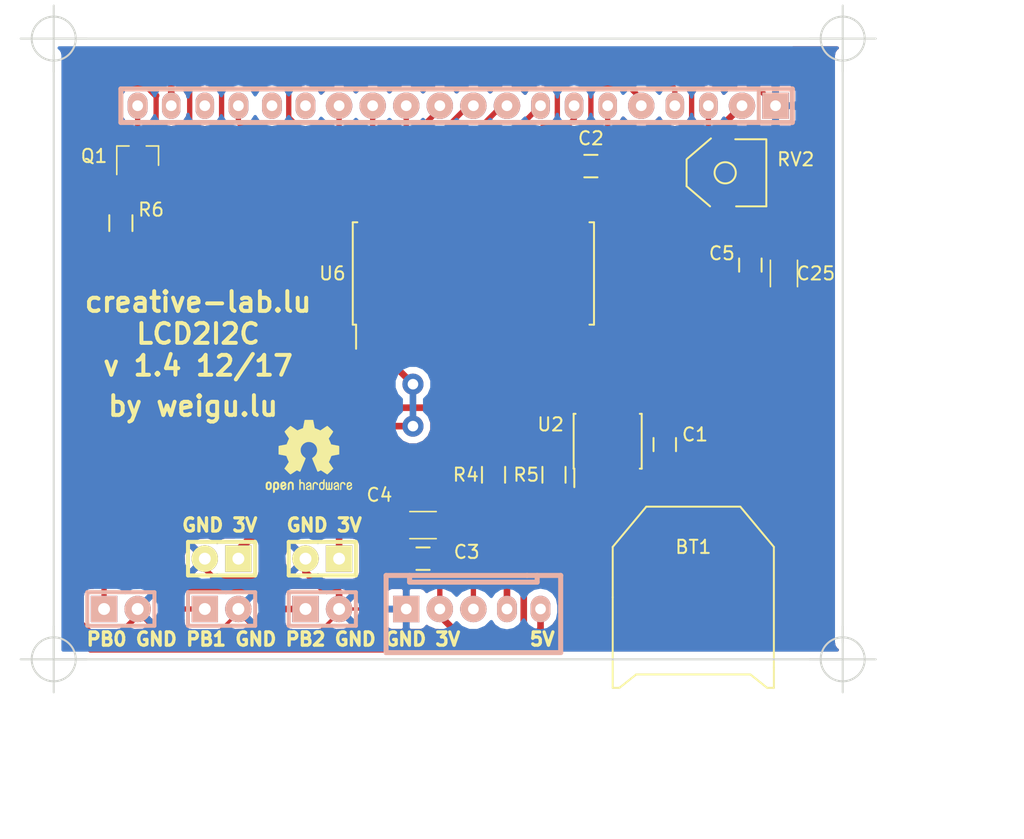
<source format=kicad_pcb>
(kicad_pcb (version 4) (host pcbnew 4.0.6-e0-6349~53~ubuntu16.04.1)
  (layers (0 F.Cu signal) (31 B.Cu signal) (34 B.Paste user hide) (35 F.Paste user hide) (36 B.SilkS user hide) (37 F.SilkS user) (38 B.Mask user hide) (39 F.Mask user hide) (44 Edge.Cuts user))
  (net 0 "")
  (net 1 "Net-(BT1-Pad1)")
  (net 2 GND)
  (net 3 VCC)
  (net 4 "Net-(Q1-Pad1)")
  (net 5 "Net-(J4-Pad3)")
  (net 6 "Net-(J4-Pad4)")
  (net 7 "Net-(J5-Pad1)")
  (net 8 "Net-(J6-Pad1)")
  (net 9 "Net-(J7-Pad1)")
  (net 10 "Net-(J8-Pad3)")
  (net 11 "Net-(J8-Pad4)")
  (net 12 "Net-(J8-Pad5)")
  (net 13 "Net-(J8-Pad6)")
  (net 14 "Net-(J8-Pad7)")
  (net 15 "Net-(J8-Pad8)")
  (net 16 "Net-(J8-Pad9)")
  (net 17 "Net-(J8-Pad10)")
  (net 18 "Net-(J8-Pad11)")
  (net 19 "Net-(J8-Pad12)")
  (net 20 "Net-(J8-Pad13)")
  (net 21 "Net-(J8-Pad14)")
  (net 22 "Net-(J8-Pad17)")
  (net 23 "Net-(J8-Pad20)")
  (net 24 "Net-(C25-Pad2)")
  (module Capacitors_SMD:C_0805_HandSoldering (layer F.Cu) (at 170.688 136.144 90)
    (fp_text reference C1 (at 0.762 2.286 180) (layer F.SilkS))
    (fp_text value 100nF)
    (pad 1 smd rect (at -1.25 0 90) (size 1.5 1.25) (layers F.Cu F.Paste F.Mask) (net 3 VCC))
    (pad 2 smd rect (at 1.25 0 90) (size 1.5 1.25) (layers F.Cu F.Paste F.Mask) (net 2 GND))
  )
  (module Capacitors_SMD:C_0805_HandSoldering (layer F.Cu) (at 165.1 115.062)
    (fp_text reference C2 (at 0 -2.1) (layer F.SilkS))
    (fp_text value 100nF)
    (pad 1 smd rect (at -1.25 0) (size 1.5 1.25) (layers F.Cu F.Paste F.Mask) (net 3 VCC))
    (pad 2 smd rect (at 1.25 0) (size 1.5 1.25) (layers F.Cu F.Paste F.Mask) (net 2 GND))
  )
  (module Capacitors_SMD:C_0805_HandSoldering (layer F.Cu) (at 152.4 144.78 180)
    (fp_text reference C3 (at -3.302 0.508 180) (layer F.SilkS))
    (fp_text value 100nF)
    (pad 1 smd rect (at -1.25 0 180) (size 1.5 1.25) (layers F.Cu F.Paste F.Mask) (net 3 VCC))
    (pad 2 smd rect (at 1.25 0 180) (size 1.5 1.25) (layers F.Cu F.Paste F.Mask) (net 2 GND))
  )
  (module TO_SOT_Packages_SMD:SOT-23 (layer F.Cu) (at 130.81 114.3 90)
    (fp_text reference Q1 (at 0 -3.302 180) (layer F.SilkS))
    (fp_text value 2N7002)
    (pad 1 smd rect (at -1 -0.95 90) (size 0.9 0.8) (layers F.Cu F.Paste F.Mask) (net 4 "Net-(Q1-Pad1)"))
    (pad 2 smd rect (at -1 0.95 90) (size 0.9 0.8) (layers F.Cu F.Paste F.Mask) (net 2 GND))
    (pad 3 smd rect (at 1 0 90) (size 0.9 0.8) (layers F.Cu F.Paste F.Mask) (net 23 "Net-(J8-Pad20)"))
  )
  (module Resistors_SMD:R_0805_HandSoldering (layer F.Cu) (at 157.734 138.43 90)
    (fp_text reference R4 (at 0 -2.1 180) (layer F.SilkS))
    (fp_text value 1.8k)
    (pad 1 smd rect (at -1.35 0 90) (size 1.5 1.3) (layers F.Cu F.Paste F.Mask) (net 3 VCC))
    (pad 2 smd rect (at 1.35 0 90) (size 1.5 1.3) (layers F.Cu F.Paste F.Mask) (net 5 "Net-(J4-Pad3)"))
  )
  (module Resistors_SMD:R_0805_HandSoldering (layer F.Cu) (at 162.306 138.43 90)
    (fp_text reference R5 (at 0 -2.1 180) (layer F.SilkS))
    (fp_text value 1.8k)
    (pad 1 smd rect (at -1.35 0 90) (size 1.5 1.3) (layers F.Cu F.Paste F.Mask) (net 3 VCC))
    (pad 2 smd rect (at 1.35 0 90) (size 1.5 1.3) (layers F.Cu F.Paste F.Mask) (net 6 "Net-(J4-Pad4)"))
  )
  (module Resistors_SMD:R_0805_HandSoldering (layer F.Cu) (at 129.54 119.38 270)
    (fp_text reference R6 (at -1.016 -2.286 360) (layer F.SilkS))
    (fp_text value 100k)
    (pad 1 smd rect (at -1.35 0 270) (size 1.5 1.3) (layers F.Cu F.Paste F.Mask) (net 4 "Net-(Q1-Pad1)"))
    (pad 2 smd rect (at 1.35 0 270) (size 1.5 1.3) (layers F.Cu F.Paste F.Mask) (net 2 GND))
  )
  (module weigu:WPOT_SMD (layer F.Cu) (at 175.26 115.57 90)
    (fp_text reference RV2 (at 1.016 5.334 180) (layer F.SilkS))
    (fp_text value 10k)
    (pad 1 smd rect (at -1.143 2.0955 90) (size 1.27 2) (layers F.Cu F.Paste F.Mask) (net 24 "Net-(C25-Pad2)"))
    (pad 2 smd rect (at -0.0635 -1.905 90) (size 1.27 2) (layers F.Cu F.Paste F.Mask) (net 10 "Net-(J8-Pad3)"))
    (pad 3 smd rect (at 1.143 2.0955 90) (size 1.27 2) (layers F.Cu F.Paste F.Mask) (net 2 GND))
  )
  (module Housings_SOIC:SOIC-8_3.9x4.9mm_Pitch1.27mm (layer F.Cu) (at 166.37 135.89 90)
    (fp_text reference U2 (at 1.27 -4.318 180) (layer F.SilkS))
    (fp_text value DS3231MZ+)
    (pad 1 smd rect (at -2.7 -1.905 90) (size 1.55 0.6) (layers F.Cu F.Paste F.Mask))
    (pad 2 smd rect (at -2.7 -0.635 90) (size 1.55 0.6) (layers F.Cu F.Paste F.Mask) (net 3 VCC))
    (pad 3 smd rect (at -2.7 0.635 90) (size 1.55 0.6) (layers F.Cu F.Paste F.Mask))
    (pad 4 smd rect (at -2.7 1.905 90) (size 1.55 0.6) (layers F.Cu F.Paste F.Mask))
    (pad 5 smd rect (at 2.7 1.905 90) (size 1.55 0.6) (layers F.Cu F.Paste F.Mask) (net 2 GND))
    (pad 6 smd rect (at 2.7 0.635 90) (size 1.55 0.6) (layers F.Cu F.Paste F.Mask) (net 1 "Net-(BT1-Pad1)"))
    (pad 7 smd rect (at 2.7 -0.635 90) (size 1.55 0.6) (layers F.Cu F.Paste F.Mask) (net 6 "Net-(J4-Pad4)"))
    (pad 8 smd rect (at 2.7 -1.905 90) (size 1.55 0.6) (layers F.Cu F.Paste F.Mask) (net 5 "Net-(J4-Pad3)"))
  )
  (module Capacitors_SMD:C_0805_HandSoldering (layer F.Cu) (at 177.165 122.555 90)
    (fp_text reference C5 (at 0.889 -2.159 180) (layer F.SilkS))
    (fp_text value 100nF)
    (pad 1 smd rect (at -1.25 0 90) (size 1.5 1.25) (layers F.Cu F.Paste F.Mask) (net 2 GND))
    (pad 2 smd rect (at 1.25 0 90) (size 1.5 1.25) (layers F.Cu F.Paste F.Mask) (net 24 "Net-(C25-Pad2)"))
  )
  (module weigu:WSIL2 (layer B.Cu) (at 129.54 148.59)
    (fp_text reference J5 hide)
    (fp_text value PB0 hide)
    (pad 1 thru_hole rect (at -1.27 0) (size 1.99898 1.99898) (drill 0.9) (layers *.Cu *.Mask B.SilkS) (net 7 "Net-(J5-Pad1)"))
    (pad 2 thru_hole circle (at 1.27 0) (size 1.99898 1.99898) (drill 0.9) (layers *.Cu *.Mask B.SilkS) (net 2 GND))
  )
  (module weigu:WSIL2 (layer B.Cu) (at 137.16 148.59)
    (fp_text reference J6 hide)
    (fp_text value PB1 hide)
    (pad 1 thru_hole rect (at -1.27 0) (size 1.99898 1.99898) (drill 0.9) (layers *.Cu *.Mask B.SilkS) (net 8 "Net-(J6-Pad1)"))
    (pad 2 thru_hole circle (at 1.27 0) (size 1.99898 1.99898) (drill 0.9) (layers *.Cu *.Mask B.SilkS) (net 2 GND))
  )
  (module weigu:WSIL2 (layer B.Cu) (at 144.78 148.59)
    (fp_text reference J7 hide)
    (fp_text value PB2 hide)
    (pad 1 thru_hole rect (at -1.27 0) (size 1.99898 1.99898) (drill 0.9) (layers *.Cu *.Mask B.SilkS) (net 9 "Net-(J7-Pad1)"))
    (pad 2 thru_hole circle (at 1.27 0) (size 1.99898 1.99898) (drill 0.9) (layers *.Cu *.Mask B.SilkS) (net 2 GND))
  )
  (module weigu:WSIL20 (layer B.Cu) (at 154.94 110.49 180)
    (fp_text reference J8 hide)
    (fp_text value GTK-281 hide)
    (pad 1 thru_hole rect (at -24.13 0 180) (size 1.99898 1.99898) (drill 0.8128) (layers *.Cu *.Mask B.SilkS) (net 2 GND))
    (pad 2 thru_hole circle (at -21.59 0 180) (size 1.99898 1.99898) (drill 0.8128) (layers *.Cu *.Mask B.SilkS) (net 24 "Net-(C25-Pad2)"))
    (pad 3 thru_hole oval (at -19.05 0 180) (size 1.4 1.99898) (drill 0.8128) (layers *.Cu *.Mask B.SilkS) (net 10 "Net-(J8-Pad3)"))
    (pad 4 thru_hole oval (at -16.51 0 180) (size 1.4 1.99898) (drill 0.8128) (layers *.Cu *.Mask B.SilkS) (net 11 "Net-(J8-Pad4)"))
    (pad 5 thru_hole circle (at -13.97 0 180) (size 1.99898 1.99898) (drill 0.8128) (layers *.Cu *.Mask B.SilkS) (net 12 "Net-(J8-Pad5)"))
    (pad 6 thru_hole oval (at -11.43 0 180) (size 1.4 1.99898) (drill 0.8128) (layers *.Cu *.Mask B.SilkS) (net 13 "Net-(J8-Pad6)"))
    (pad 7 thru_hole oval (at -8.89 0 180) (size 1.4 1.99898) (drill 0.8128) (layers *.Cu *.Mask B.SilkS) (net 14 "Net-(J8-Pad7)"))
    (pad 8 thru_hole oval (at -6.35 0 180) (size 1.4 1.99898) (drill 0.8128) (layers *.Cu *.Mask B.SilkS) (net 15 "Net-(J8-Pad8)"))
    (pad 9 thru_hole circle (at -3.81 0 180) (size 1.99898 1.99898) (drill 0.8128) (layers *.Cu *.Mask B.SilkS) (net 16 "Net-(J8-Pad9)"))
    (pad 10 thru_hole circle (at -1.27 0 180) (size 1.99898 1.99898) (drill 0.8128) (layers *.Cu *.Mask B.SilkS) (net 17 "Net-(J8-Pad10)"))
    (pad 11 thru_hole circle (at 1.27 0 180) (size 1.99898 1.99898) (drill 0.8128) (layers *.Cu *.Mask B.SilkS) (net 18 "Net-(J8-Pad11)"))
    (pad 12 thru_hole circle (at 3.81 0 180) (size 1.99898 1.99898) (drill 0.8128) (layers *.Cu *.Mask B.SilkS) (net 19 "Net-(J8-Pad12)"))
    (pad 13 thru_hole circle (at 6.35 0 180) (size 1.99898 1.99898) (drill 0.8128) (layers *.Cu *.Mask B.SilkS) (net 20 "Net-(J8-Pad13)"))
    (pad 14 thru_hole circle (at 8.89 0 180) (size 1.99898 1.99898) (drill 0.8128) (layers *.Cu *.Mask B.SilkS) (net 21 "Net-(J8-Pad14)"))
    (pad 15 thru_hole oval (at 11.43 0 180) (size 1.5 1.99898) (drill 0.8128) (layers *.Cu *.Mask B.SilkS))
    (pad 16 thru_hole oval (at 13.97 0 180) (size 1.5 1.99898) (drill 0.8128) (layers *.Cu *.Mask B.SilkS))
    (pad 17 thru_hole oval (at 16.51 0 180) (size 1.5 1.99898) (drill 0.8128) (layers *.Cu *.Mask B.SilkS) (net 22 "Net-(J8-Pad17)"))
    (pad 18 thru_hole oval (at 19.05 0 180) (size 1.4 2) (drill 0.8128) (layers *.Cu *.Mask B.SilkS))
    (pad 19 thru_hole oval (at 21.59 0 180) (size 1.4 2) (drill 0.8128) (layers *.Cu *.Mask B.SilkS) (net 24 "Net-(C25-Pad2)"))
    (pad 20 thru_hole oval (at 24.13 0 180) (size 1.5 1.99898) (drill 0.8128) (layers *.Cu *.Mask B.SilkS) (net 23 "Net-(J8-Pad20)"))
  )
  (module Capacitors_SMD:C_1206_HandSoldering (layer F.Cu) (at 152.4 142.24 180)
    (fp_text reference C4 (at 3.302 2.286 180) (layer F.SilkS))
    (fp_text value 10uF)
    (pad 1 smd rect (at -2 0 180) (size 2 1.6) (layers F.Cu F.Paste F.Mask) (net 3 VCC))
    (pad 2 smd rect (at 2 0 180) (size 2 1.6) (layers F.Cu F.Paste F.Mask) (net 2 GND))
  )
  (module weigu:WSIL5_SL (layer B.Cu) (at 156.21 148.59)
    (fp_text reference J4 hide)
    (fp_text value I2C hide)
    (pad 1 thru_hole rect (at -5.08 0) (size 1.99898 1.99898) (drill 0.8128) (layers *.Cu *.Mask B.SilkS) (net 2 GND))
    (pad 2 thru_hole circle (at -2.54 0) (size 1.99898 1.99898) (drill 0.8128) (layers *.Cu *.Mask B.SilkS) (net 3 VCC))
    (pad 3 thru_hole circle (at 0 0) (size 1.99898 1.99898) (drill 0.8128) (layers *.Cu *.Mask B.SilkS) (net 5 "Net-(J4-Pad3)"))
    (pad 4 thru_hole oval (at 2.54 0) (size 1.5 1.99898) (drill 0.8128) (layers *.Cu *.Mask B.SilkS) (net 6 "Net-(J4-Pad4)"))
    (pad 5 thru_hole oval (at 5.08 0) (size 1.5 1.99898) (drill 0.81026) (layers *.Cu *.Mask B.SilkS) (net 24 "Net-(C25-Pad2)"))
  )
  (module Housings_SOIC:SOIC-28W_7.5x17.9mm_Pitch1.27mm (layer F.Cu) (at 156.21 123.19 90)
    (fp_text reference U6 (at 0 -10.668 180) (layer F.SilkS))
    (fp_text value W_MCP23017)
    (pad 1 smd rect (at -4.7 -8.255 90) (size 2 0.6) (layers F.Cu F.Paste F.Mask) (net 7 "Net-(J5-Pad1)"))
    (pad 2 smd rect (at -4.7 -6.985 90) (size 2 0.6) (layers F.Cu F.Paste F.Mask) (net 8 "Net-(J6-Pad1)"))
    (pad 3 smd rect (at -4.7 -5.715 90) (size 2 0.6) (layers F.Cu F.Paste F.Mask) (net 9 "Net-(J7-Pad1)"))
    (pad 4 smd rect (at -4.7 -4.445 90) (size 2 0.6) (layers F.Cu F.Paste F.Mask) (net 11 "Net-(J8-Pad4)"))
    (pad 5 smd rect (at -4.7 -3.175 90) (size 2 0.6) (layers F.Cu F.Paste F.Mask) (net 12 "Net-(J8-Pad5)"))
    (pad 6 smd rect (at -4.7 -1.905 90) (size 2 0.6) (layers F.Cu F.Paste F.Mask) (net 13 "Net-(J8-Pad6)"))
    (pad 7 smd rect (at -4.7 -0.635 90) (size 2 0.6) (layers F.Cu F.Paste F.Mask) (net 4 "Net-(Q1-Pad1)"))
    (pad 8 smd rect (at -4.7 0.635 90) (size 2 0.6) (layers F.Cu F.Paste F.Mask) (net 22 "Net-(J8-Pad17)"))
    (pad 9 smd rect (at -4.7 1.905 90) (size 2 0.6) (layers F.Cu F.Paste F.Mask) (net 3 VCC))
    (pad 10 smd rect (at -4.7 3.175 90) (size 2 0.6) (layers F.Cu F.Paste F.Mask) (net 2 GND))
    (pad 11 smd rect (at -4.7 4.445 90) (size 2 0.6) (layers F.Cu F.Paste F.Mask))
    (pad 12 smd rect (at -4.7 5.715 90) (size 2 0.6) (layers F.Cu F.Paste F.Mask) (net 5 "Net-(J4-Pad3)"))
    (pad 13 smd rect (at -4.7 6.985 90) (size 2 0.6) (layers F.Cu F.Paste F.Mask) (net 6 "Net-(J4-Pad4)"))
    (pad 14 smd rect (at -4.7 8.255 90) (size 2 0.6) (layers F.Cu F.Paste F.Mask))
    (pad 15 smd rect (at 4.7 8.255 90) (size 2 0.6) (layers F.Cu F.Paste F.Mask) (net 2 GND))
    (pad 16 smd rect (at 4.7 6.985 90) (size 2 0.6) (layers F.Cu F.Paste F.Mask) (net 2 GND))
    (pad 17 smd rect (at 4.7 5.715 90) (size 2 0.6) (layers F.Cu F.Paste F.Mask) (net 2 GND))
    (pad 18 smd rect (at 4.7 4.445 90) (size 2 0.6) (layers F.Cu F.Paste F.Mask) (net 3 VCC))
    (pad 19 smd rect (at 4.7 3.175 90) (size 2 0.6) (layers F.Cu F.Paste F.Mask))
    (pad 20 smd rect (at 4.7 1.905 90) (size 2 0.6) (layers F.Cu F.Paste F.Mask))
    (pad 21 smd rect (at 4.7 0.635 90) (size 2 0.6) (layers F.Cu F.Paste F.Mask) (net 14 "Net-(J8-Pad7)"))
    (pad 22 smd rect (at 4.7 -0.635 90) (size 2 0.6) (layers F.Cu F.Paste F.Mask) (net 15 "Net-(J8-Pad8)"))
    (pad 23 smd rect (at 4.7 -1.905 90) (size 2 0.6) (layers F.Cu F.Paste F.Mask) (net 16 "Net-(J8-Pad9)"))
    (pad 24 smd rect (at 4.7 -3.175 90) (size 2 0.6) (layers F.Cu F.Paste F.Mask) (net 17 "Net-(J8-Pad10)"))
    (pad 25 smd rect (at 4.7 -4.445 90) (size 2 0.6) (layers F.Cu F.Paste F.Mask) (net 18 "Net-(J8-Pad11)"))
    (pad 26 smd rect (at 4.7 -5.715 90) (size 2 0.6) (layers F.Cu F.Paste F.Mask) (net 19 "Net-(J8-Pad12)"))
    (pad 27 smd rect (at 4.7 -6.985 90) (size 2 0.6) (layers F.Cu F.Paste F.Mask) (net 20 "Net-(J8-Pad13)"))
    (pad 28 smd rect (at 4.7 -8.255 90) (size 2 0.6) (layers F.Cu F.Paste F.Mask) (net 21 "Net-(J8-Pad14)"))
  )
  (module Symbols:OSHW-Logo_5.7x6mm_Copper (layer F.Cu) (at 173.482 128.016)
    (fp_text reference REF*** hide)
    (fp_text value OSHW-Logo_5.7x6mm_Copper hide)
    (fp_poly (pts (xy -1.908759 1.469184) (xy -1.882247 1.482282) (xy -1.849553 1.505106) (xy -1.825725 1.529996) (xy -1.809406 1.561249) (xy -1.79924 1.603166) (xy -1.793872 1.660044) (xy -1.791944 1.736184) (xy -1.791831 1.768917) (xy -1.792161 1.840656) (xy -1.793527 1.891927) (xy -1.7965 1.927404) (xy -1.801649 1.951763) (xy -1.809543 1.96968) (xy -1.817757 1.981902) (xy -1.870187 2.033905) (xy -1.93193 2.065184) (xy -1.998536 2.074592) (xy -2.065558 2.06098) (xy -2.086792 2.051354) (xy -2.137624 2.024859) (xy -2.137624 2.440052) (xy -2.100525 2.420868) (xy -2.051643 2.406025) (xy -1.991561 2.402222) (xy -1.931564 2.409243) (xy -1.886256 2.425013) (xy -1.848675 2.455047) (xy -1.816564 2.498024) (xy -1.81415 2.502436) (xy -1.803967 2.523221) (xy -1.79653 2.54417) (xy -1.791411 2.569548) (xy -1.788181 2.603618) (xy -1.786413 2.650641) (xy -1.785677 2.714882) (xy -1.785544 2.787176) (xy -1.785544 3.017822) (xy -1.923861 3.017822) (xy -1.923861 2.592533) (xy -1.962549 2.559979) (xy -2.002738 2.53394) (xy -2.040797 2.529205) (xy -2.079066 2.541389) (xy -2.099462 2.55332) (xy -2.114642 2.570313) (xy -2.125438 2.595995) (xy -2.132683 2.633991) (xy -2.137208 2.687926) (xy -2.139844 2.761425) (xy -2.140772 2.810347) (xy -2.143911 3.011535) (xy -2.209926 3.015336) (xy -2.27594 3.019136) (xy -2.27594 1.77065) (xy -2.137624 1.77065) (xy -2.134097 1.840254) (xy -2.122215 1.888569) (xy -2.10002 1.918631) (xy -2.065559 1.933471) (xy -2.030742 1.936436) (xy -1.991329 1.933028) (xy -1.965171 1.919617) (xy -1.948814 1.901896) (xy -1.935937 1.882835) (xy -1.928272 1.861601) (xy -1.924861 1.831849) (xy -1.924749 1.787236) (xy -1.925897 1.74988) (xy -1.928532 1.693604) (xy -1.932456 1.656658) (xy -1.939063 1.633223) (xy -1.949749 1.61748) (xy -1.959833 1.60838) (xy -2.00197 1.588537) (xy -2.05184 1.585332) (xy -2.080476 1.592168) (xy -2.108828 1.616464) (xy -2.127609 1.663728) (xy -2.136712 1.733624) (xy -2.137624 1.77065) (xy -2.27594 1.77065) (xy -2.27594 1.458614) (xy -2.206782 1.458614) (xy -2.16526 1.460256) (xy -2.143838 1.466087) (xy -2.137626 1.477461) (xy -2.137624 1.477798) (xy -2.134742 1.488938) (xy -2.12203 1.487673) (xy -2.096757 1.475433) (xy -2.037869 1.456707) (xy -1.971615 1.454739) (xy -1.908759 1.469184)) (layer F.Cu) (width 0.01))
    (fp_poly (pts (xy -1.38421 2.406555) (xy -1.325055 2.422339) (xy -1.280023 2.450948) (xy -1.248246 2.488419) (xy -1.238366 2.504411) (xy -1.231073 2.521163) (xy -1.225974 2.542592) (xy -1.222679 2.572616) (xy -1.220797 2.615154) (xy -1.219937 2.674122) (xy -1.219707 2.75344) (xy -1.219703 2.774484) (xy -1.219703 3.017822) (xy -1.280059 3.017822) (xy -1.318557 3.015126) (xy -1.347023 3.008295) (xy -1.354155 3.004083) (xy -1.373652 2.996813) (xy -1.393566 3.004083) (xy -1.426353 3.01316) (xy -1.473978 3.016813) (xy -1.526764 3.015228) (xy -1.575036 3.008589) (xy -1.603218 3.000072) (xy -1.657753 2.965063) (xy -1.691835 2.916479) (xy -1.707157 2.851882) (xy -1.707299 2.850223) (xy -1.705955 2.821566) (xy -1.584356 2.821566) (xy -1.573726 2.854161) (xy -1.55641 2.872505) (xy -1.521652 2.886379) (xy -1.475773 2.891917) (xy -1.428988 2.889191) (xy -1.391514 2.878274) (xy -1.381015 2.871269) (xy -1.362668 2.838904) (xy -1.35802 2.802111) (xy -1.35802 2.753763) (xy -1.427582 2.753763) (xy -1.493667 2.75885) (xy -1.543764 2.773263) (xy -1.574929 2.795729) (xy -1.584356 2.821566) (xy -1.705955 2.821566) (xy -1.703987 2.779647) (xy -1.68071 2.723845) (xy -1.636948 2.681647) (xy -1.630899 2.677808) (xy -1.604907 2.665309) (xy -1.572735 2.65774) (xy -1.52776 2.654061) (xy -1.474331 2.653216) (xy -1.35802 2.653169) (xy -1.35802 2.604411) (xy -1.362953 2.566581) (xy -1.375543 2.541236) (xy -1.377017 2.539887) (xy -1.405034 2.5288) (xy -1.447326 2.524503) (xy -1.494064 2.526615) (xy -1.535418 2.534756) (xy -1.559957 2.546965) (xy -1.573253 2.556746) (xy -1.587294 2.558613) (xy -1.606671 2.5506) (xy -1.635976 2.530739) (xy -1.679803 2.497063) (xy -1.683825 2.493909) (xy -1.681764 2.482236) (xy -1.664568 2.462822) (xy -1.638433 2.441248) (xy -1.609552 2.423096) (xy -1.600478 2.418809) (xy -1.56738 2.410256) (xy -1.51888 2.404155) (xy -1.464695 2.401708) (xy -1.462161 2.401703) (xy -1.38421 2.406555)) (layer F.Cu) (width 0.01))
    (fp_poly (pts (xy -0.993356 2.40302) (xy -0.974539 2.40866) (xy -0.968473 2.421053) (xy -0.968218 2.426647) (xy -0.967129 2.44223) (xy -0.959632 2.444676) (xy -0.939381 2.433993) (xy -0.927351 2.426694) (xy -0.8894 2.411063) (xy -0.844072 2.403334) (xy -0.796544 2.40274) (xy -0.751995 2.408513) (xy -0.715602 2.419884) (xy -0.692543 2.436088) (xy -0.687996 2.456355) (xy -0.690291 2.461843) (xy -0.70702 2.484626) (xy -0.732963 2.512647) (xy -0.737655 2.517177) (xy -0.762383 2.538005) (xy -0.783718 2.544735) (xy -0.813555 2.540038) (xy -0.825508 2.536917) (xy -0.862705 2.529421) (xy -0.888859 2.532792) (xy -0.910946 2.544681) (xy -0.931178 2.560635) (xy -0.946079 2.5807) (xy -0.956434 2.608702) (xy -0.963029 2.648467) (xy -0.966649 2.703823) (xy -0.968078 2.778594) (xy -0.968218 2.82374) (xy -0.968218 3.017822) (xy -1.09396 3.017822) (xy -1.09396 2.401683) (xy -1.031089 2.401683) (xy -0.993356 2.40302)) (layer F.Cu) (width 0.01))
    (fp_poly (pts (xy -0.201188 3.017822) (xy -0.270346 3.017822) (xy -0.310488 3.016645) (xy -0.331394 3.011772) (xy -0.338922 3.001186) (xy -0.339505 2.994029) (xy -0.340774 2.979676) (xy -0.348779 2.976923) (xy -0.369815 2.985771) (xy -0.386173 2.994029) (xy -0.448977 3.013597) (xy -0.517248 3.014729) (xy -0.572752 3.000135) (xy -0.624438 2.964877) (xy -0.663838 2.912835) (xy -0.685413 2.85145) (xy -0.685962 2.848018) (xy -0.689167 2.810571) (xy -0.690761 2.756813) (xy -0.690633 2.716155) (xy -0.553279 2.716155) (xy -0.550097 2.770194) (xy -0.542859 2.814735) (xy -0.53306 2.839888) (xy -0.495989 2.87426) (xy -0.451974 2.886582) (xy -0.406584 2.876618) (xy -0.367797 2.846895) (xy -0.353108 2.826905) (xy -0.344519 2.80305) (xy -0.340496 2.76823) (xy -0.339505 2.71593) (xy -0.341278 2.664139) (xy -0.345963 2.618634) (xy -0.352603 2.588181) (xy -0.35371 2.585452) (xy -0.380491 2.553) (xy -0.419579 2.535183) (xy -0.463315 2.532306) (xy -0.504038 2.544674) (xy -0.534087 2.572593) (xy -0.537204 2.578148) (xy -0.546961 2.612022) (xy -0.552277 2.660728) (xy -0.553279 2.716155) (xy -0.690633 2.716155) (xy -0.690568 2.69554) (xy -0.689664 2.662563) (xy -0.683514 2.580981) (xy -0.670733 2.51973) (xy -0.649471 2.474449) (xy -0.617878 2.440779) (xy -0.587207 2.421014) (xy -0.544354 2.40712) (xy -0.491056 2.402354) (xy -0.43648 2.406236) (xy -0.389792 2.418282) (xy -0.365124 2.432693) (xy -0.339505 2.455878) (xy -0.339505 2.162773) (xy -0.201188 2.162773) (xy -0.201188 3.017822)) (layer F.Cu) (width 0.01))
    (fp_poly (pts (xy 0.281524 2.404237) (xy 0.331255 2.407971) (xy 0.461291 2.797773) (xy 0.481678 2.728614) (xy 0.493946 2.685874) (xy 0.510085 2.628115) (xy 0.527512 2.564625) (xy 0.536726 2.53057) (xy 0.571388 2.401683) (xy 0.714391 2.401683) (xy 0.671646 2.536857) (xy 0.650596 2.603342) (xy 0.625167 2.683539) (xy 0.59861 2.767193) (xy 0.574902 2.841782) (xy 0.520902 3.011535) (xy 0.462598 3.015328) (xy 0.404295 3.019122) (xy 0.372679 2.914734) (xy 0.353182 2.849889) (xy 0.331904 2.7784) (xy 0.313308 2.715263) (xy 0.312574 2.71275) (xy 0.298684 2.669969) (xy 0.286429 2.640779) (xy 0.277846 2.629741) (xy 0.276082 2.631018) (xy 0.269891 2.64813) (xy 0.258128 2.684787) (xy 0.242225 2.736378) (xy 0.223614 2.798294) (xy 0.213543 2.832352) (xy 0.159007 3.017822) (xy 0.043264 3.017822) (xy -0.049263 2.725471) (xy -0.075256 2.643462) (xy -0.098934 2.568987) (xy -0.11918 2.505544) (xy -0.134874 2.456632) (xy -0.144898 2.425749) (xy -0.147945 2.416726) (xy -0.145533 2.407487) (xy -0.126592 2.403441) (xy -0.087177 2.403846) (xy -0.081007 2.404152) (xy -0.007914 2.407971) (xy 0.039957 2.58401) (xy 0.057553 2.648211) (xy 0.073277 2.704649) (xy 0.085746 2.748422) (xy 0.093574 2.77463) (xy 0.09502 2.778903) (xy 0.101014 2.77399) (xy 0.113101 2.748532) (xy 0.129893 2.705997) (xy 0.150003 2.64985) (xy 0.167003 2.59913) (xy 0.231794 2.400504) (xy 0.281524 2.404237)) (layer F.Cu) (width 0.01))
    (fp_poly (pts (xy 1.038411 2.405417) (xy 1.091411 2.41829) (xy 1.106731 2.42511) (xy 1.136428 2.442974) (xy 1.15922 2.463093) (xy 1.176083 2.488962) (xy 1.187998 2.524073) (xy 1.195942 2.57192) (xy 1.200894 2.635996) (xy 1.203831 2.719794) (xy 1.204947 2.775768) (xy 1.209052 3.017822) (xy 1.138932 3.017822) (xy 1.096393 3.016038) (xy 1.074476 3.009942) (xy 1.068812 2.999706) (xy 1.065821 2.988637) (xy 1.052451 2.990754) (xy 1.034233 2.999629) (xy 0.988624 3.013233) (xy 0.930007 3.016899) (xy 0.868354 3.010903) (xy 0.813638 2.995521) (xy 0.80873 2.993386) (xy 0.758723 2.958255) (xy 0.725756 2.909419) (xy 0.710587 2.852333) (xy 0.711746 2.831824) (xy 0.835508 2.831824) (xy 0.846413 2.859425) (xy 0.878745 2.879204) (xy 0.93091 2.889819) (xy 0.958787 2.891228) (xy 1.005247 2.88762) (xy 1.036129 2.873597) (xy 1.043664 2.866931) (xy 1.064076 2.830666) (xy 1.068812 2.797773) (xy 1.068812 2.753763) (xy 1.007513 2.753763) (xy 0.936256 2.757395) (xy 0.886276 2.768818) (xy 0.854696 2.788824) (xy 0.847626 2.797743) (xy 0.835508 2.831824) (xy 0.711746 2.831824) (xy 0.713971 2.792456) (xy 0.736663 2.735244) (xy 0.767624 2.69658) (xy 0.786376 2.679864) (xy 0.804733 2.668878) (xy 0.828619 2.66218) (xy 0.863957 2.658326) (xy 0.916669 2.655873) (xy 0.937577 2.655168) (xy 1.068812 2.650879) (xy 1.06862 2.611158) (xy 1.063537 2.569405) (xy 1.045162 2.544158) (xy 1.008039 2.52803) (xy 1.007043 2.527742) (xy 0.95441 2.5214) (xy 0.902906 2.529684) (xy 0.86463 2.549827) (xy 0.849272 2.559773) (xy 0.83273 2.558397) (xy 0.807275 2.543987) (xy 0.792328 2.533817) (xy 0.763091 2.512088) (xy 0.74498 2.4958) (xy 0.742074 2.491137) (xy 0.75404 2.467005) (xy 0.789396 2.438185) (xy 0.804753 2.428461) (xy 0.848901 2.411714) (xy 0.908398 2.402227) (xy 0.974487 2.400095) (xy 1.038411 2.405417)) (layer F.Cu) (width 0.01))
    (fp_poly (pts (xy 1.635255 2.401486) (xy 1.683595 2.411015) (xy 1.711114 2.425125) (xy 1.740064 2.448568) (xy 1.698876 2.500571) (xy 1.673482 2.532064) (xy 1.656238 2.547428) (xy 1.639102 2.549776) (xy 1.614027 2.542217) (xy 1.602257 2.537941) (xy 1.55427 2.531631) (xy 1.510324 2.545156) (xy 1.47806 2.57571) (xy 1.472819 2.585452) (xy 1.467112 2.611258) (xy 1.462706 2.658817) (xy 1.459811 2.724758) (xy 1.458631 2.80571) (xy 1.458614 2.817226) (xy 1.458614 3.017822) (xy 1.320297 3.017822) (xy 1.320297 2.401683) (xy 1.389456 2.401683) (xy 1.429333 2.402725) (xy 1.450107 2.407358) (xy 1.457789 2.417849) (xy 1.458614 2.427745) (xy 1.458614 2.453806) (xy 1.491745 2.427745) (xy 1.529735 2.409965) (xy 1.58077 2.401174) (xy 1.635255 2.401486)) (layer F.Cu) (width 0.01))
    (fp_poly (pts (xy 2.032581 2.40497) (xy 2.092685 2.420597) (xy 2.143021 2.452848) (xy 2.167393 2.47694) (xy 2.207345 2.533895) (xy 2.230242 2.599965) (xy 2.238108 2.681182) (xy 2.238148 2.687748) (xy 2.238218 2.753763) (xy 1.858264 2.753763) (xy 1.866363 2.788342) (xy 1.880987 2.819659) (xy 1.906581 2.852291) (xy 1.911935 2.8575) (xy 1.957943 2.885694) (xy 2.01041 2.890475) (xy 2.070803 2.871926) (xy 2.08104 2.866931) (xy 2.112439 2.851745) (xy 2.13347 2.843094) (xy 2.137139 2.842293) (xy 2.149948 2.850063) (xy 2.174378 2.869072) (xy 2.186779 2.87946) (xy 2.212476 2.903321) (xy 2.220915 2.919077) (xy 2.215058 2.933571) (xy 2.211928 2.937534) (xy 2.190725 2.954879) (xy 2.155738 2.975959) (xy 2.131337 2.988265) (xy 2.062072 3.009946) (xy 1.985388 3.016971) (xy 1.912765 3.008647) (xy 1.892426 3.002686) (xy 1.829476 2.968952) (xy 1.782815 2.917045) (xy 1.752173 2.846459) (xy 1.737282 2.756692) (xy 1.735647 2.709753) (xy 1.740421 2.641413) (xy 1.86099 2.641413) (xy 1.872652 2.646465) (xy 1.903998 2.650429) (xy 1.949571 2.652768) (xy 1.980446 2.653169) (xy 2.035981 2.652783) (xy 2.071033 2.650975) (xy 2.090262 2.646773) (xy 2.09833 2.639203) (xy 2.099901 2.628218) (xy 2.089121 2.594381) (xy 2.06198 2.56094) (xy 2.026277 2.535272) (xy 1.99056 2.524772) (xy 1.942048 2.534086) (xy 1.900053 2.561013) (xy 1.870936 2.599827) (xy 1.86099 2.641413) (xy 1.740421 2.641413) (xy 1.742599 2.610236) (xy 1.764055 2.530949) (xy 1.80047 2.471263) (xy 1.852297 2.430549) (xy 1.91999 2.408179) (xy 1.956662 2.403871) (xy 2.032581 2.40497)) (layer F.Cu) (width 0.01))
    (fp_poly (pts (xy -2.538261 1.465148) (xy -2.472479 1.494231) (xy -2.42254 1.542793) (xy -2.388374 1.610908) (xy -2.369907 1.698651) (xy -2.368583 1.712351) (xy -2.367546 1.808939) (xy -2.380993 1.893602) (xy -2.408108 1.962221) (xy -2.422627 1.984294) (xy -2.473201 2.031011) (xy -2.537609 2.061268) (xy -2.609666 2.073824) (xy -2.683185 2.067439) (xy -2.739072 2.047772) (xy -2.787132 2.014629) (xy -2.826412 1.971175) (xy -2.827092 1.970158) (xy -2.843044 1.943338) (xy -2.85341 1.916368) (xy -2.859688 1.882332) (xy -2.863373 1.83431) (xy -2.864997 1.794931) (xy -2.865672 1.759219) (xy -2.739955 1.759219) (xy -2.738726 1.79477) (xy -2.734266 1.842094) (xy -2.726397 1.872465) (xy -2.712207 1.894072) (xy -2.698917 1.906694) (xy -2.651802 1.933122) (xy -2.602505 1.936653) (xy -2.556593 1.917639) (xy -2.533638 1.896331) (xy -2.517096 1.874859) (xy -2.507421 1.854313) (xy -2.503174 1.827574) (xy -2.50292 1.787523) (xy -2.504228 1.750638) (xy -2.507043 1.697947) (xy -2.511505 1.663772) (xy -2.519548 1.64148) (xy -2.533103 1.624442) (xy -2.543845 1.614703) (xy -2.588777 1.589123) (xy -2.637249 1.587847) (xy -2.677894 1.602999) (xy -2.712567 1.634642) (xy -2.733224 1.68662) (xy -2.739955 1.759219) (xy -2.865672 1.759219) (xy -2.866479 1.716621) (xy -2.863948 1.658056) (xy -2.856362 1.614007) (xy -2.842681 1.579248) (xy -2.821865 1.548551) (xy -2.814147 1.539436) (xy -2.765889 1.494021) (xy -2.714128 1.467493) (xy -2.650828 1.456379) (xy -2.619961 1.455471) (xy -2.538261 1.465148)) (layer F.Cu) (width 0.01))
    (fp_poly (pts (xy -1.356699 1.472614) (xy -1.344168 1.478514) (xy -1.300799 1.510283) (xy -1.25979 1.556646) (xy -1.229168 1.607696) (xy -1.220459 1.631166) (xy -1.212512 1.673091) (xy -1.207774 1.723757) (xy -1.207199 1.744679) (xy -1.207129 1.810693) (xy -1.587083 1.810693) (xy -1.578983 1.845273) (xy -1.559104 1.88617) (xy -1.524347 1.921514) (xy -1.482998 1.944282) (xy -1.456649 1.94901) (xy -1.420916 1.943273) (xy -1.378282 1.928882) (xy -1.363799 1.922262) (xy -1.31024 1.895513) (xy -1.264533 1.930376) (xy -1.238158 1.953955) (xy -1.224124 1.973417) (xy -1.223414 1.979129) (xy -1.235951 1.992973) (xy -1.263428 2.014012) (xy -1.288366 2.030425) (xy -1.355664 2.05993) (xy -1.43111 2.073284) (xy -1.505888 2.069812) (xy -1.565495 2.051663) (xy -1.626941 2.012784) (xy -1.670608 1.961595) (xy -1.697926 1.895367) (xy -1.710322 1.811371) (xy -1.711421 1.772936) (xy -1.707022 1.684861) (xy -1.706482 1.682299) (xy -1.580582 1.682299) (xy -1.577115 1.690558) (xy -1.562863 1.695113) (xy -1.53347 1.697065) (xy -1.484575 1.697517) (xy -1.465748 1.697525) (xy -1.408467 1.696843) (xy -1.372141 1.694364) (xy -1.352604 1.689443) (xy -1.34569 1.681434) (xy -1.345445 1.678862) (xy -1.353336 1.658423) (xy -1.373085 1.629789) (xy -1.381575 1.619763) (xy -1.413094 1.591408) (xy -1.445949 1.580259) (xy -1.463651 1.579327) (xy -1.511539 1.590981) (xy -1.551699 1.622285) (xy -1.577173 1.667752) (xy -1.577625 1.669233) (xy -1.580582 1.682299) (xy -1.706482 1.682299) (xy -1.692392 1.61551) (xy -1.666038 1.560025) (xy -1.633807 1.520639) (xy -1.574217 1.477931) (xy -1.504168 1.455109) (xy -1.429661 1.453046) (xy -1.356699 1.472614)) (layer F.Cu) (width 0.01))
    (fp_poly (pts (xy 0.014017 1.456452) (xy 0.061634 1.465482) (xy 0.111034 1.48437) (xy 0.116312 1.486777) (xy 0.153774 1.506476) (xy 0.179717 1.524781) (xy 0.188103 1.536508) (xy 0.180117 1.555632) (xy 0.16072 1.58385) (xy 0.15211 1.594384) (xy 0.116628 1.635847) (xy 0.070885 1.608858) (xy 0.02735 1.590878) (xy -0.02295 1.581267) (xy -0.071188 1.58066) (xy -0.108533 1.589691) (xy -0.117495 1.595327) (xy -0.134563 1.621171) (xy -0.136637 1.650941) (xy -0.123866 1.674197) (xy -0.116312 1.678708) (xy -0.093675 1.684309) (xy -0.053885 1.690892) (xy -0.004834 1.697183) (xy 0.004215 1.69817) (xy 0.082996 1.711798) (xy 0.140136 1.734946) (xy 0.17803 1.769752) (xy 0.199079 1.818354) (xy 0.205635 1.877718) (xy 0.196577 1.945198) (xy 0.167164 1.998188) (xy 0.117278 2.036783) (xy 0.0468 2.061081) (xy -0.031435 2.070667) (xy -0.095234 2.070552) (xy -0.146984 2.061845) (xy -0.182327 2.049825) (xy -0.226983 2.02888) (xy -0.268253 2.004574) (xy -0.282921 1.993876) (xy -0.320643 1.963084) (xy -0.275148 1.917049) (xy -0.229653 1.871013) (xy -0.177928 1.905243) (xy -0.126048 1.930952) (xy -0.070649 1.944399) (xy -0.017395 1.945818) (xy 0.028049 1.935443) (xy 0.060016 1.913507) (xy 0.070338 1.894998) (xy 0.068789 1.865314) (xy 0.04314 1.842615) (xy -0.00654 1.82694) (xy -0.060969 1.819695) (xy -0.144736 1.805873) (xy -0.206967 1.779796) (xy -0.248493 1.740699) (xy -0.270147 1.68782) (xy -0.273147 1.625126) (xy -0.258329 1.559642) (xy -0.224546 1.510144) (xy -0.171495 1.476408) (xy -0.098874 1.458207) (xy -0.045072 1.454639) (xy 0.014017 1.456452)) (layer F.Cu) (width 0.01))
    (fp_poly (pts (xy 0.610762 1.466055) (xy 0.674363 1.500692) (xy 0.724123 1.555372) (xy 0.747568 1.599842) (xy 0.757634 1.639121) (xy 0.764156 1.695116) (xy 0.766951 1.759621) (xy 0.765836 1.824429) (xy 0.760626 1.881334) (xy 0.754541 1.911727) (xy 0.734014 1.953306) (xy 0.698463 1.997468) (xy 0.655619 2.036087) (xy 0.613211 2.061034) (xy 0.612177 2.06143) (xy 0.559553 2.072331) (xy 0.497188 2.072601) (xy 0.437924 2.062676) (xy 0.41504 2.054722) (xy 0.356102 2.0213) (xy 0.31389 1.977511) (xy 0.286156 1.919538) (xy 0.270651 1.843565) (xy 0.267143 1.803771) (xy 0.26759 1.753766) (xy 0.402376 1.753766) (xy 0.406917 1.826732) (xy 0.419986 1.882334) (xy 0.440756 1.917861) (xy 0.455552 1.92802) (xy 0.493464 1.935104) (xy 0.538527 1.933007) (xy 0.577487 1.922812) (xy 0.587704 1.917204) (xy 0.614659 1.884538) (xy 0.632451 1.834545) (xy 0.640024 1.773705) (xy 0.636325 1.708497) (xy 0.628057 1.669253) (xy 0.60432 1.623805) (xy 0.566849 1.595396) (xy 0.52172 1.585573) (xy 0.475011 1.595887) (xy 0.439132 1.621112) (xy 0.420277 1.641925) (xy 0.409272 1.662439) (xy 0.404026 1.690203) (xy 0.402449 1.732762) (xy 0.402376 1.753766) (xy 0.26759 1.753766) (xy 0.268094 1.69758) (xy 0.285388 1.610501) (xy 0.319029 1.54253) (xy 0.369018 1.493664) (xy 0.435356 1.463899) (xy 0.449601 1.460448) (xy 0.53521 1.452345) (xy 0.610762 1.466055)) (layer F.Cu) (width 0.01))
    (fp_poly (pts (xy 0.993367 1.654342) (xy 0.994555 1.746563) (xy 0.998897 1.81661) (xy 1.007558 1.867381) (xy 1.021704 1.901772) (xy 1.0425 1.922679) (xy 1.07111 1.933) (xy 1.106535 1.935636) (xy 1.143636 1.932682) (xy 1.171818 1.921889) (xy 1.192243 1.90036) (xy 1.206079 1.865199) (xy 1.214491 1.81351) (xy 1.218643 1.742394) (xy 1.219703 1.654342) (xy 1.219703 1.458614) (xy 1.35802 1.458614) (xy 1.35802 2.062179) (xy 1.288862 2.062179) (xy 1.24717 2.060489) (xy 1.225701 2.054556) (xy 1.219703 2.043293) (xy 1.216091 2.033261) (xy 1.201714 2.035383) (xy 1.172736 2.04958) (xy 1.106319 2.07148) (xy 1.035875 2.069928) (xy 0.968377 2.046147) (xy 0.936233 2.027362) (xy 0.911715 2.007022) (xy 0.893804 1.981573) (xy 0.881479 1.947458) (xy 0.873723 1.901121) (xy 0.869516 1.839007) (xy 0.86784 1.757561) (xy 0.867624 1.694578) (xy 0.867624 1.458614) (xy 0.993367 1.458614) (xy 0.993367 1.654342)) (layer F.Cu) (width 0.01))
    (fp_poly (pts (xy 2.217226 1.46388) (xy 2.29008 1.49483) (xy 2.313027 1.509895) (xy 2.342354 1.533048) (xy 2.360764 1.551253) (xy 2.363961 1.557183) (xy 2.354935 1.57034) (xy 2.331837 1.592667) (xy 2.313344 1.60825) (xy 2.262728 1.648926) (xy 2.22276 1.615295) (xy 2.191874 1.593584) (xy 2.161759 1.58609) (xy 2.127292 1.58792) (xy 2.072561 1.601528) (xy 2.034886 1.629772) (xy 2.011991 1.675433) (xy 2.001597 1.741289) (xy 2.001595 1.741331) (xy 2.002494 1.814939) (xy 2.016463 1.868946) (xy 2.044328 1.905716) (xy 2.063325 1.918168) (xy 2.113776 1.933673) (xy 2.167663 1.933683) (xy 2.214546 1.918638) (xy 2.225644 1.911287) (xy 2.253476 1.892511) (xy 2.275236 1.889434) (xy 2.298704 1.903409) (xy 2.324649 1.92851) (xy 2.365716 1.97088) (xy 2.320121 2.008464) (xy 2.249674 2.050882) (xy 2.170233 2.071785) (xy 2.087215 2.070272) (xy 2.032694 2.056411) (xy 1.96897 2.022135) (xy 1.918005 1.968212) (xy 1.894851 1.930149) (xy 1.876099 1.875536) (xy 1.866715 1.806369) (xy 1.866643 1.731407) (xy 1.875824 1.659409) (xy 1.894199 1.599137) (xy 1.897093 1.592958) (xy 1.939952 1.532351) (xy 1.997979 1.488224) (xy 2.066591 1.461493) (xy 2.141201 1.453073) (xy 2.217226 1.46388)) (layer F.Cu) (width 0.01))
    (fp_poly (pts (xy 2.677898 1.456457) (xy 2.710096 1.464279) (xy 2.771825 1.492921) (xy 2.82461 1.536667) (xy 2.861141 1.589117) (xy 2.86616 1.600893) (xy 2.873045 1.63174) (xy 2.877864 1.677371) (xy 2.879505 1.723492) (xy 2.879505 1.810693) (xy 2.697178 1.810693) (xy 2.621979 1.810978) (xy 2.569003 1.812704) (xy 2.535325 1.817181) (xy 2.51802 1.82572) (xy 2.514163 1.83963) (xy 2.520829 1.860222) (xy 2.53277 1.884315) (xy 2.56608 1.924525) (xy 2.612368 1.944558) (xy 2.668944 1.943905) (xy 2.733031 1.922101) (xy 2.788417 1.895193) (xy 2.834375 1.931532) (xy 2.880333 1.967872) (xy 2.837096 2.007819) (xy 2.779374 2.045563) (xy 2.708386 2.06832) (xy 2.632029 2.074688) (xy 2.558199 2.063268) (xy 2.546287 2.059393) (xy 2.481399 2.025506) (xy 2.43313 1.974986) (xy 2.400465 1.906325) (xy 2.382385 1.818014) (xy 2.382175 1.816121) (xy 2.380556 1.719878) (xy 2.3871 1.685542) (xy 2.514852 1.685542) (xy 2.526584 1.690822) (xy 2.558438 1.694867) (xy 2.605397 1.697176) (xy 2.635154 1.697525) (xy 2.690648 1.697306) (xy 2.725346 1.695916) (xy 2.743601 1.692251) (xy 2.749766 1.68521) (xy 2.748195 1.67369) (xy 2.746878 1.669233) (xy 2.724382 1.627355) (xy 2.689003 1.593604) (xy 2.65778 1.578773) (xy 2.616301 1.579668) (xy 2.574269 1.598164) (xy 2.539012 1.628786) (xy 2.517854 1.666062) (xy 2.514852 1.685542) (xy 2.3871 1.685542) (xy 2.39669 1.635229) (xy 2.428698 1.564191) (xy 2.474701 1.508779) (xy 2.532821 1.471009) (xy 2.60118 1.452896) (xy 2.677898 1.456457)) (layer F.Cu) (width 0.01))
    (fp_poly (pts (xy -0.754012 1.469002) (xy -0.722717 1.48395) (xy -0.692409 1.505541) (xy -0.669318 1.530391) (xy -0.6525 1.562087) (xy -0.641006 1.604214) (xy -0.633891 1.660358) (xy -0.630207 1.734106) (xy -0.629008 1.829044) (xy -0.628989 1.838985) (xy -0.628713 2.062179) (xy -0.76703 2.062179) (xy -0.76703 1.856418) (xy -0.767128 1.780189) (xy -0.767809 1.724939) (xy -0.769651 1.686501) (xy -0.773233 1.660706) (xy -0.779132 1.643384) (xy -0.787927 1.630368) (xy -0.80018 1.617507) (xy -0.843047 1.589873) (xy -0.889843 1.584745) (xy -0.934424 1.602217) (xy -0.949928 1.615221) (xy -0.96131 1.627447) (xy -0.969481 1.64054) (xy -0.974974 1.658615) (xy -0.97832 1.685787) (xy -0.980051 1.72617) (xy -0.980697 1.783879) (xy -0.980792 1.854132) (xy -0.980792 2.062179) (xy -1.119109 2.062179) (xy -1.119109 1.458614) (xy -1.04995 1.458614) (xy -1.008428 1.460256) (xy -0.987006 1.466087) (xy -0.980795 1.477461) (xy -0.980792 1.477798) (xy -0.97791 1.488938) (xy -0.965199 1.487674) (xy -0.939926 1.475434) (xy -0.882605 1.457424) (xy -0.817037 1.455421) (xy -0.754012 1.469002)) (layer F.Cu) (width 0.01))
    (fp_poly (pts (xy 1.79946 1.45803) (xy 1.842711 1.471245) (xy 1.870558 1.487941) (xy 1.879629 1.501145) (xy 1.877132 1.516797) (xy 1.860931 1.541385) (xy 1.847232 1.5588) (xy 1.818992 1.590283) (xy 1.797775 1.603529) (xy 1.779688 1.602664) (xy 1.726035 1.58901) (xy 1.68663 1.58963) (xy 1.654632 1.605104) (xy 1.64389 1.614161) (xy 1.609505 1.646027) (xy 1.609505 2.062179) (xy 1.471188 2.062179) (xy 1.471188 1.458614) (xy 1.540347 1.458614) (xy 1.581869 1.460256) (xy 1.603291 1.466087) (xy 1.609502 1.477461) (xy 1.609505 1.477798) (xy 1.612439 1.489713) (xy 1.625704 1.488159) (xy 1.644084 1.479563) (xy 1.682046 1.463568) (xy 1.712872 1.453945) (xy 1.752536 1.451478) (xy 1.79946 1.45803)) (layer F.Cu) (width 0.01))
    (fp_poly (pts (xy 0.376964 -2.709982) (xy 0.433812 -2.40843) (xy 0.853338 -2.235488) (xy 1.104984 -2.406605) (xy 1.175458 -2.45425) (xy 1.239163 -2.49679) (xy 1.293126 -2.532285) (xy 1.334373 -2.55879) (xy 1.359934 -2.574364) (xy 1.366895 -2.577722) (xy 1.379435 -2.569086) (xy 1.406231 -2.545208) (xy 1.44428 -2.509141) (xy 1.490579 -2.463933) (xy 1.542123 -2.412636) (xy 1.595909 -2.358299) (xy 1.648935 -2.303972) (xy 1.698195 -2.252705) (xy 1.740687 -2.207549) (xy 1.773407 -2.171554) (xy 1.793351 -2.14777) (xy 1.798119 -2.13981) (xy 1.791257 -2.125135) (xy 1.77202 -2.092986) (xy 1.74243 -2.046508) (xy 1.70451 -1.988844) (xy 1.660282 -1.92314) (xy 1.634654 -1.885664) (xy 1.587941 -1.817232) (xy 1.546432 -1.75548) (xy 1.51214 -1.703481) (xy 1.48708 -1.664308) (xy 1.473264 -1.641035) (xy 1.471188 -1.636145) (xy 1.475895 -1.622245) (xy 1.488723 -1.58985) (xy 1.507738 -1.543515) (xy 1.531003 -1.487794) (xy 1.556584 -1.427242) (xy 1.582545 -1.366414) (xy 1.60695 -1.309864) (xy 1.627863 -1.262148) (xy 1.643349 -1.227819) (xy 1.651472 -1.211432) (xy 1.651952 -1.210788) (xy 1.664707 -1.207659) (xy 1.698677 -1.200679) (xy 1.75034 -1.190533) (xy 1.816176 -1.177908) (xy 1.892664 -1.163491) (xy 1.93729 -1.155177) (xy 2.019021 -1.139616) (xy 2.092843 -1.124808) (xy 2.155021 -1.111564) (xy 2.201822 -1.100695) (xy 2.229509 -1.093011) (xy 2.235074 -1.090573) (xy 2.240526 -1.07407) (xy 2.244924 -1.0368) (xy 2.248272 -0.98312) (xy 2.250574 -0.917388) (xy 2.251832 -0.843963) (xy 2.252048 -0.767204) (xy 2.251227 -0.691468) (xy 2.249371 -0.621114) (xy 2.246482 -0.5605) (xy 2.242565 -0.513984) (xy 2.237622 -0.485925) (xy 2.234657 -0.480084) (xy 2.216934 -0.473083) (xy 2.179381 -0.463073) (xy 2.126964 -0.451231) (xy 2.064652 -0.438733) (xy 2.0429 -0.43469) (xy 1.938024 -0.41548) (xy 1.85518 -0.400009) (xy 1.79163 -0.387663) (xy 1.744637 -0.377827) (xy 1.711463 -0.369886) (xy 1.689371 -0.363224) (xy 1.675624 -0.357227) (xy 1.667484 -0.351281) (xy 1.666345 -0.350106) (xy 1.654977 -0.331174) (xy 1.637635 -0.294331) (xy 1.61605 -0.244087) (xy 1.591954 -0.184954) (xy 1.567079 -0.121444) (xy 1.543157 -0.058068) (xy 1.521919 0.000662) (xy 1.505097 0.050235) (xy 1.494422 0.086139) (xy 1.491627 0.103862) (xy 1.49186 0.104483) (xy 1.501331 0.11897) (xy 1.522818 0.150844) (xy 1.554063 0.196789) (xy 1.592807 0.253485) (xy 1.636793 0.317617) (xy 1.649319 0.335842) (xy 1.693984 0.401914) (xy 1.733288 0.4622) (xy 1.765088 0.513235) (xy 1.787245 0.55156) (xy 1.797617 0.573711) (xy 1.798119 0.576432) (xy 1.789405 0.590736) (xy 1.765325 0.619072) (xy 1.728976 0.658396) (xy 1.683453 0.705661) (xy 1.631852 0.757823) (xy 1.577267 0.811835) (xy 1.522794 0.864653) (xy 1.471529 0.913231) (xy 1.426567 0.954523) (xy 1.391004 0.985485) (xy 1.367935 1.00307) (xy 1.361554 1.005941) (xy 1.346699 0.999178) (xy 1.316286 0.980939) (xy 1.275268 0.954297) (xy 1.243709 0.932852) (xy 1.186525 0.893503) (xy 1.118806 0.847171) (xy 1.05088 0.800913) (xy 1.014361 0.776155) (xy 0.890752 0.692547) (xy 0.786991 0.74865) (xy 0.73972 0.773228) (xy 0.699523 0.792331) (xy 0.672326 0.803227) (xy 0.665402 0.804743) (xy 0.657077 0.793549) (xy 0.640654 0.761917) (xy 0.617357 0.712765) (xy 0.588414 0.64901) (xy 0.55505 0.573571) (xy 0.518491 0.489364) (xy 0.479964 0.399308) (xy 0.440694 0.306321) (xy 0.401908 0.21332) (xy 0.36483 0.123223) (xy 0.330689 0.038948) (xy 0.300708 -0.036587) (xy 0.276116 -0.100466) (xy 0.258136 -0.149769) (xy 0.247997 -0.181579) (xy 0.246366 -0.192504) (xy 0.259291 -0.206439) (xy 0.287589 -0.22906) (xy 0.325346 -0.255667) (xy 0.328515 -0.257772) (xy 0.4261 -0.335886) (xy 0.504786 -0.427018) (xy 0.563891 -0.528255) (xy 0.602732 -0.636682) (xy 0.620628 -0.749386) (xy 0.616897 -0.863452) (xy 0.590857 -0.975966) (xy 0.541825 -1.084015) (xy 0.5274 -1.107655) (xy 0.452369 -1.203113) (xy 0.36373 -1.279768) (xy 0.264549 -1.33722) (xy 0.157895 -1.375071) (xy 0.046836 -1.392922) (xy -0.065561 -1.390375) (xy -0.176227 -1.36703) (xy -0.282094 -1.32249) (xy -0.380095 -1.256355) (xy -0.41041 -1.229513) (xy -0.487562 -1.145488) (xy -0.543782 -1.057034) (xy -0.582347 -0.957885) (xy -0.603826 -0.859697) (xy -0.609128 -0.749303) (xy -0.591448 -0.63836) (xy -0.552581 -0.530619) (xy -0.494323 -0.429831) (xy -0.418469 -0.339744) (xy -0.326817 -0.264108) (xy -0.314772 -0.256136) (xy -0.276611 -0.230026) (xy -0.247601 -0.207405) (xy -0.233732 -0.192961) (xy -0.233531 -0.192504) (xy -0.236508 -0.176879) (xy -0.248311 -0.141418) (xy -0.267714 -0.089038) (xy -0.293488 -0.022655) (xy -0.324409 0.054814) (xy -0.359249 0.14045) (xy -0.396783 0.231337) (xy -0.435783 0.324559) (xy -0.475023 0.417197) (xy -0.513276 0.506335) (xy -0.549317 0.589055) (xy -0.581917 0.662441) (xy -0.609852 0.723575) (xy -0.631895 0.769541) (xy -0.646818 0.797421) (xy -0.652828 0.804743) (xy -0.671191 0.799041) (xy -0.705552 0.783749) (xy -0.749984 0.761599) (xy -0.774417 0.74865) (xy -0.878178 0.692547) (xy -1.001787 0.776155) (xy -1.064886 0.818987) (xy -1.13397 0.866122) (xy -1.198707 0.910503) (xy -1.231134 0.932852) (xy -1.276741 0.963477) (xy -1.31536 0.987747) (xy -1.341952 1.002587) (xy -1.35059 1.005724) (xy -1.363161 0.997261) (xy -1.390984 0.973636) (xy -1.431361 0.937302) (xy -1.481595 0.890711) (xy -1.538988 0.836317) (xy -1.575286 0.801392) (xy -1.63879 0.738996) (xy -1.693673 0.683188) (xy -1.737714 0.636354) (xy -1.768695 0.600882) (xy -1.784398 0.579161) (xy -1.785905 0.574752) (xy -1.778914 0.557985) (xy -1.759594 0.524082) (xy -1.730091 0.476476) (xy -1.692545 0.418599) (xy -1.6491 0.353884) (xy -1.636745 0.335842) (xy -1.591727 0.270267) (xy -1.55134 0.211228) (xy -1.51784 0.162042) (xy -1.493486 0.126028) (xy -1.480536 0.106502) (xy -1.479285 0.104483) (xy -1.481156 0.088922) (xy -1.491087 0.054709) (xy -1.507347 0.006355) (xy -1.528205 -0.051629) (xy -1.551927 -0.11473) (xy -1.576784 -0.178437) (xy -1.601042 -0.238239) (xy -1.622971 -0.289624) (xy -1.640838 -0.328081) (xy -1.652913 -0.349098) (xy -1.653771 -0.350106) (xy -1.661154 -0.356112) (xy -1.673625 -0.362052) (xy -1.69392 -0.36854) (xy -1.724778 -0.376191) (xy -1.768934 -0.38562) (xy -1.829126 -0.397441) (xy -1.908093 -0.412271) (xy -2.00857 -0.430723) (xy -2.030325 -0.43469) (xy -2.094802 -0.447147) (xy -2.151011 -0.459334) (xy -2.193987 -0.470074) (xy -2.21876 -0.478191) (xy -2.222082 -0.480084) (xy -2.227556 -0.496862) (xy -2.232006 -0.534355) (xy -2.235428 -0.588206) (xy -2.237819 -0.654056) (xy -2.239177 -0.727547) (xy -2.239499 -0.80432) (xy -2.238781 -0.880017) (xy -2.237021 -0.95028) (xy -2.234216 -1.01075) (xy -2.230362 -1.05707) (xy -2.225457 -1.084881) (xy -2.2225 -1.090573) (xy -2.206037 -1.096314) (xy -2.168551 -1.105655) (xy -2.113775 -1.117785) (xy -2.045445 -1.131893) (xy -1.967294 -1.14717) (xy -1.924716 -1.155177) (xy -1.843929 -1.170279) (xy -1.771887 -1.18396) (xy -1.712111 -1.195533) (xy -1.668121 -1.204313) (xy -1.643439 -1.209613) (xy -1.639377 -1.210788) (xy -1.632511 -1.224035) (xy -1.617998 -1.255943) (xy -1.597771 -1.301953) (xy -1.573766 -1.357508) (xy -1.547918 -1.418047) (xy -1.52216 -1.479014) (xy -1.498427 -1.535849) (xy -1.478654 -1.583994) (xy -1.464776 -1.61889) (xy -1.458726 -1.635979) (xy -1.458614 -1.636726) (xy -1.465472 -1.650207) (xy -1.484698 -1.68123) (xy -1.514272 -1.726711) (xy -1.552173 -1.783568) (xy -1.59638 -1.848717) (xy -1.622079 -1.886138) (xy -1.668907 -1.954753) (xy -1.710499 -2.017048) (xy -1.744825 -2.069871) (xy -1.769857 -2.110073) (xy -1.783565 -2.1345) (xy -1.785544 -2.139976) (xy -1.777034 -2.152722) (xy -1.753507 -2.179937) (xy -1.717968 -2.218572) (xy -1.673423 -2.265577) (xy -1.622877 -2.317905) (xy -1.569336 -2.372505) (xy -1.515805 -2.42633) (xy -1.465289 -2.47633) (xy -1.420794 -2.519457) (xy -1.385325 -2.552661) (xy -1.361887 -2.572894) (xy -1.354046 -2.577722) (xy -1.34128 -2.570933) (xy -1.310744 -2.551858) (xy -1.26541 -2.522439) (xy -1.208244 -2.484619) (xy -1.142216 -2.440339) (xy -1.09241 -2.406605) (xy -0.840764 -2.235488) (xy -0.631001 -2.321959) (xy -0.421237 -2.40843) (xy -0.364389 -2.709982) (xy -0.30754 -3.011534) (xy 0.320115 -3.011534) (xy 0.376964 -2.709982)) (layer F.Cu) (width 0.01))
  )
  (module Capacitors_SMD:C_1206_HandSoldering (layer F.Cu) (at 179.705 123.19 90)
    (fp_text reference C25 (at 0 2.413 180) (layer F.SilkS))
    (fp_text value 10uF)
    (pad 1 smd rect (at -2 0 90) (size 2 1.6) (layers F.Cu F.Paste F.Mask) (net 2 GND))
    (pad 2 smd rect (at 2 0 90) (size 2 1.6) (layers F.Cu F.Paste F.Mask) (net 24 "Net-(C25-Pad2)"))
  )
  (module weigu:WCR2025_SMD (layer F.Cu) (at 172.847 147.701)
    (fp_text reference BT1 (at 0 -3.81) (layer F.SilkS))
    (fp_text value "BAT 3V")
    (pad 1 smd rect (at 8.255 0) (size 3.2 3.2) (layers F.Cu F.Paste F.Mask) (net 1 "Net-(BT1-Pad1)"))
    (pad 1 smd rect (at -8.255 0) (size 3.2 3.2) (layers F.Cu F.Paste F.Mask) (net 1 "Net-(BT1-Pad1)"))
    (pad 2 smd rect (at 0 0) (size 4 4) (layers F.Cu F.Paste F.Mask) (net 2 GND))
  )
  (module weigu:WSIL2 (layer F.Cu) (at 137.16 144.78 180)
    (fp_text reference J1 hide)
    (fp_text value SIL1x2L hide)
    (pad 1 thru_hole rect (at -1.27 0 180) (size 1.99898 1.99898) (drill 0.9) (layers *.Cu *.Mask F.SilkS) (net 3 VCC))
    (pad 2 thru_hole circle (at 1.27 0 180) (size 1.99898 1.99898) (drill 0.9) (layers *.Cu *.Mask F.SilkS) (net 2 GND))
  )
  (module weigu:WSIL2 (layer F.Cu) (at 144.78 144.78 180)
    (fp_text reference J2 hide)
    (fp_text value SIL1x2L hide)
    (pad 1 thru_hole rect (at -1.27 0 180) (size 1.99898 1.99898) (drill 0.9) (layers *.Cu *.Mask F.SilkS) (net 3 VCC))
    (pad 2 thru_hole circle (at 1.27 0 180) (size 1.99898 1.99898) (drill 0.9) (layers *.Cu *.Mask F.SilkS) (net 2 GND))
  )
  (module Symbols:OSHW-Logo2_7.3x6mm_SilkScreen (layer F.Cu) (at 143.764 137.033)
    (fp_text reference REF*** hide)
    (fp_text value OSHW-Logo2_7.3x6mm_SilkScreen hide)
  )
  (gr_text "PB0 GND PB1 GND PB2 GND GND 3V       5V" (at 144.653 150.876) (layer F.SilkS) (effects (font (size 1 1) (thickness 0.25))))
  (gr_text "GND 3V   GND 3V" (at 140.97 142.24) (layer F.SilkS) (effects (font (size 1 1) (thickness 0.25))))
  (gr_text "creative-lab.lu\nLCD2I2C\nv 1.4 12/17" (at 135.382 127.762) (layer F.SilkS) (effects (font (size 1.5 1.5) (thickness 0.3))))
  (gr_line (start 124.46 152.4) (end 124.46 106.68) (angle 90) (layer Edge.Cuts) (width 0.15))
  (gr_line (start 184.15 106.68) (end 184.15 151.13) (angle 90) (layer Edge.Cuts) (width 0.15))
  (gr_line (start 184.15 105.41) (end 124.46 105.41) (angle 90) (layer Edge.Cuts) (width 0.15))
  (gr_line (start 124.46 152.4) (end 184.15 152.4) (angle 90) (layer Edge.Cuts) (width 0.15))
  (target plus (at 184.15 105.41) (size 5) (width 0.15) (layer Edge.Cuts))
  (target plus (at 184.15 152.4) (size 5) (width 0.15) (layer Edge.Cuts))
  (target plus (at 124.46 105.41) (size 5) (width 0.15) (layer Edge.Cuts))
  (target plus (at 124.46 152.4) (size 5) (width 0.15) (layer Edge.Cuts))
  (gr_text "designed\nwith KiCad" (at 137.922 117.094) (layer F.Cu) (effects (font (size 1 1) (thickness 0.25))))
  (gr_text "by weigu.lu" (at 135.001 133.223) (layer F.SilkS) (effects (font (size 1.5 1.5) (thickness 0.3))))
  (segment (start 180.0225 142.9385) (end 180.975 143.891) (width 0.5) (layer F.Cu) (net 1))
  (segment (start 180.975 143.891) (end 180.975 147.574) (width 0.5) (layer F.Cu) (net 1))
  (segment (start 180.975 147.574) (end 181.102 147.701) (width 0.5) (layer F.Cu) (net 1))
  (segment (start 164.9095 142.6845) (end 164.9095 147.1295) (width 0.5) (layer F.Cu) (net 1))
  (segment (start 164.9095 147.1295) (end 165.1 147.32) (width 0.5) (layer F.Cu) (net 1))
  (segment (start 172.212 138.938) (end 176.022 138.938) (width 0.4) (layer F.Cu) (net 1))
  (segment (start 176.022 138.938) (end 180.0225 142.9385) (width 0.4) (layer F.Cu) (net 1))
  (segment (start 180.0225 142.9385) (end 180.086 143.002) (width 0.4) (layer F.Cu) (net 1))
  (segment (start 172.212 136.398) (end 172.212 138.938) (width 0.4) (layer F.Cu) (net 1))
  (segment (start 167.005 135.255) (end 167.894 136.144) (width 0.4) (layer F.Cu) (net 1))
  (segment (start 167.894 136.144) (end 171.704 136.144) (width 0.4) (layer F.Cu) (net 1))
  (segment (start 167.005 133.19) (end 167.005 135.255) (width 0.4) (layer F.Cu) (net 1))
  (segment (start 171.958 136.144) (end 172.212 136.398) (width 0.4) (layer F.Cu) (net 1))
  (segment (start 171.704 136.144) (end 171.958 136.144) (width 0.4) (layer F.Cu) (net 1))
  (segment (start 167.64 139.954) (end 164.9095 142.6845) (width 0.5) (layer F.Cu) (net 1))
  (segment (start 172.212 138.938) (end 171.196 139.954) (width 0.5) (layer F.Cu) (net 1))
  (segment (start 171.196 139.954) (end 167.64 139.954) (width 0.5) (layer F.Cu) (net 1))
  (segment (start 164.9095 142.6845) (end 164.846 142.748) (width 0.4) (layer F.Cu) (net 1))
  (segment (start 135.89 144.78) (end 135.89 145.542) (width 0.4) (layer F.Cu) (net 2))
  (segment (start 135.89 145.542) (end 136.652 146.304) (width 0.4) (layer F.Cu) (net 2))
  (segment (start 136.652 146.304) (end 141.986 146.304) (width 0.4) (layer F.Cu) (net 2))
  (segment (start 141.986 146.304) (end 143.51 144.78) (width 0.4) (layer F.Cu) (net 2))
  (segment (start 143.51 144.78) (end 143.51 145.796) (width 0.5) (layer F.Cu) (net 2))
  (segment (start 146.05 147.32) (end 146.05 148.59) (width 0.5) (layer F.Cu) (net 2))
  (segment (start 145.796 147.066) (end 146.05 147.32) (width 0.5) (layer F.Cu) (net 2))
  (segment (start 144.78 147.066) (end 145.796 147.066) (width 0.5) (layer F.Cu) (net 2))
  (segment (start 143.51 145.796) (end 144.78 147.066) (width 0.5) (layer F.Cu) (net 2))
  (segment (start 172.847 147.701) (end 173.863 147.701) (width 0.5) (layer F.Cu) (net 2))
  (segment (start 173.863 147.701) (end 177.038 150.876) (width 0.5) (layer F.Cu) (net 2))
  (segment (start 177.038 150.876) (end 182.753 150.876) (width 0.5) (layer F.Cu) (net 2))
  (segment (start 182.753 150.876) (end 183.261 150.368) (width 0.5) (layer F.Cu) (net 2))
  (segment (start 183.261 150.368) (end 183.261 143.637) (width 0.5) (layer F.Cu) (net 2))
  (segment (start 183.261 143.637) (end 174.518 134.894) (width 0.5) (layer F.Cu) (net 2))
  (segment (start 174.518 134.894) (end 170.688 134.894) (width 0.5) (layer F.Cu) (net 2))
  (segment (start 177.165 123.805) (end 168.275 123.805) (width 0.5) (layer F.Cu) (net 2))
  (segment (start 177.165 123.805) (end 178.32 123.805) (width 0.5) (layer F.Cu) (net 2))
  (segment (start 178.32 123.805) (end 179.705 125.19) (width 0.5) (layer F.Cu) (net 2))
  (segment (start 166.35 115.062) (end 166.35 116.605) (width 0.5) (layer F.Cu) (net 2))
  (segment (start 166.35 116.605) (end 164.465 118.49) (width 0.5) (layer F.Cu) (net 2))
  (segment (start 135.128 107.569) (end 172.72 107.569) (width 0.5) (layer F.Cu) (net 2))
  (segment (start 127.254 110.109) (end 128.397 108.966) (width 0.5) (layer F.Cu) (net 2))
  (segment (start 128.397 108.966) (end 131.445 108.966) (width 0.5) (layer F.Cu) (net 2))
  (segment (start 131.445 108.966) (end 132.207 109.728) (width 0.5) (layer F.Cu) (net 2))
  (segment (start 132.207 109.728) (end 132.207 112.141) (width 0.4) (layer F.Cu) (net 2))
  (segment (start 132.207 112.141) (end 132.842 112.776) (width 0.5) (layer F.Cu) (net 2))
  (segment (start 132.842 112.776) (end 134.112 112.776) (width 0.5) (layer F.Cu) (net 2))
  (segment (start 134.747 112.141) (end 134.747 108.204) (width 0.4) (layer F.Cu) (net 2))
  (segment (start 135.128 107.569) (end 134.747 108.204) (width 0.5) (layer F.Cu) (net 2))
  (segment (start 134.112 112.776) (end 134.747 112.141) (width 0.5) (layer F.Cu) (net 2))
  (segment (start 127.254 111.379) (end 127.254 110.109) (width 0.5) (layer F.Cu) (net 2))
  (segment (start 151.15 144.78) (end 151.15 142.99) (width 0.4) (layer F.Cu) (net 2))
  (segment (start 151.15 142.99) (end 150.4 142.24) (width 0.4) (layer F.Cu) (net 2))
  (segment (start 151.13 146.05) (end 151.13 144.8) (width 0.4) (layer F.Cu) (net 2))
  (segment (start 151.13 144.8) (end 151.15 144.78) (width 0.4) (layer F.Cu) (net 2))
  (segment (start 131.826 119.38) (end 127.635 119.38) (width 0.4) (layer F.Cu) (net 2))
  (segment (start 127.254 118.999) (end 127.254 111.379) (width 0.4) (layer F.Cu) (net 2))
  (segment (start 127.254 111.379) (end 127.254 111.125) (width 0.4) (layer F.Cu) (net 2))
  (segment (start 127.635 119.38) (end 127.254 118.999) (width 0.4) (layer F.Cu) (net 2))
  (segment (start 129.54 120.73) (end 131.826 120.73) (width 0.4) (layer F.Cu) (net 2))
  (segment (start 131.826 115.366) (end 131.826 117.983) (width 0.4) (layer F.Cu) (net 2))
  (segment (start 126.492 131.318) (end 131.826 125.984) (width 0.4) (layer F.Cu) (net 2))
  (segment (start 126.492 149.606) (end 126.492 131.318) (width 0.4) (layer F.Cu) (net 2))
  (segment (start 127.254 150.368) (end 126.492 149.606) (width 0.4) (layer F.Cu) (net 2))
  (segment (start 129.54 150.368) (end 127.254 150.368) (width 0.4) (layer F.Cu) (net 2))
  (segment (start 129.54 150.368) (end 130.81 149.098) (width 0.4) (layer F.Cu) (net 2))
  (segment (start 131.826 125.984) (end 131.826 120.73) (width 0.4) (layer F.Cu) (net 2))
  (segment (start 131.826 120.73) (end 131.826 119.38) (width 0.4) (layer F.Cu) (net 2))
  (segment (start 131.826 119.38) (end 131.826 117.983) (width 0.4) (layer F.Cu) (net 2))
  (segment (start 131.826 115.366) (end 131.76 115.3) (width 0.4) (layer F.Cu) (net 2))
  (segment (start 159.385 127.89) (end 159.385 125.476) (width 0.4) (layer F.Cu) (net 2))
  (segment (start 161.925 122.936) (end 159.385 125.476) (width 0.4) (layer F.Cu) (net 2))
  (segment (start 161.925 122.936) (end 161.925 118.49) (width 0.4) (layer F.Cu) (net 2))
  (segment (start 163.195 118.49) (end 164.465 118.49) (width 0.4) (layer F.Cu) (net 2))
  (segment (start 161.925 118.49) (end 163.195 118.49) (width 0.4) (layer F.Cu) (net 2))
  (segment (start 166.35 115.062) (end 169.672 115.062) (width 0.4) (layer F.Cu) (net 2))
  (segment (start 169.672 115.062) (end 172.72 112.014) (width 0.4) (layer F.Cu) (net 2))
  (segment (start 172.72 112.014) (end 172.72 107.569) (width 0.4) (layer F.Cu) (net 2))
  (segment (start 173.228 108.204) (end 176.784 108.204) (width 0.5) (layer F.Cu) (net 2))
  (segment (start 176.784 108.204) (end 177.546 108.966) (width 0.4) (layer F.Cu) (net 2))
  (segment (start 172.72 107.569) (end 173.228 108.204) (width 0.5) (layer F.Cu) (net 2))
  (segment (start 179.07 110.49) (end 177.546 108.966) (width 0.4) (layer F.Cu) (net 2))
  (segment (start 168.275 122.428) (end 168.275 117.221) (width 0.5) (layer F.Cu) (net 2))
  (segment (start 168.275 117.221) (end 168.402 117.094) (width 0.4) (layer F.Cu) (net 2))
  (segment (start 159.385 128.016) (end 159.385 127.889) (width 0.25) (layer F.Cu) (net 2))
  (segment (start 168.275 133.19) (end 168.275 132.969) (width 0.25) (layer F.Cu) (net 2))
  (segment (start 168.275 132.969) (end 168.402 133.096) (width 0.25) (layer F.Cu) (net 2))
  (segment (start 130.81 148.844) (end 132.588 150.622) (width 0.25) (layer F.Cu) (net 2))
  (segment (start 132.588 150.622) (end 136.652 150.622) (width 0.25) (layer F.Cu) (net 2))
  (segment (start 168.275 133.19) (end 168.275 123.805) (width 0.5) (layer F.Cu) (net 2))
  (segment (start 168.275 123.805) (end 168.275 122.428) (width 0.5) (layer F.Cu) (net 2))
  (segment (start 168.275 122.428) (end 168.275 122.174) (width 0.25) (layer F.Cu) (net 2))
  (segment (start 166.35 117.094) (end 168.275 117.094) (width 0.5) (layer F.Cu) (net 2))
  (segment (start 166.35 115.062) (end 166.35 117.094) (width 0.25) (layer F.Cu) (net 2))
  (segment (start 179.07 112.7125) (end 177.3555 114.427) (width 0.25) (layer F.Cu) (net 2))
  (segment (start 168.275 133.19) (end 168.984 133.19) (width 0.25) (layer F.Cu) (net 2))
  (segment (start 168.984 133.19) (end 170.688 134.894) (width 0.25) (layer F.Cu) (net 2))
  (segment (start 172.466 147.32) (end 173.99 147.32) (width 0.25) (layer F.Cu) (net 2))
  (segment (start 130.81 148.59) (end 130.81 149.098) (width 0.25) (layer F.Cu) (net 2))
  (segment (start 170.688 134.366) (end 170.688 134.894) (width 0.25) (layer F.Cu) (net 2))
  (segment (start 130.81 148.59) (end 130.81 148.844) (width 0.25) (layer F.Cu) (net 2))
  (segment (start 170.962 134.62) (end 170.688 134.894) (width 0.25) (layer F.Cu) (net 2))
  (segment (start 179.07 110.49) (end 179.07 112.7125) (width 0.25) (layer F.Cu) (net 2))
  (segment (start 146.05 148.59) (end 151.13 148.59) (width 0.25) (layer F.Cu) (net 2))
  (segment (start 138.43 148.844) (end 140.208 150.622) (width 0.25) (layer F.Cu) (net 2))
  (segment (start 140.208 150.622) (end 144.272 150.622) (width 0.25) (layer F.Cu) (net 2))
  (segment (start 144.272 150.622) (end 146.304 148.59) (width 0.25) (layer F.Cu) (net 2))
  (segment (start 136.652 150.622) (end 138.684 148.59) (width 0.25) (layer F.Cu) (net 2))
  (segment (start 138.43 148.59) (end 138.43 148.844) (width 0.25) (layer F.Cu) (net 2))
  (segment (start 151.13 148.59) (end 151.13 146.05) (width 0.4) (layer F.Cu) (net 2))
  (segment (start 151.13 146.05) (end 151.13 145.816) (width 0.4) (layer F.Cu) (net 2))
  (segment (start 151.13 148.59) (end 151.13 149.352) (width 0.25) (layer F.Cu) (net 2))
  (segment (start 151.13 148.59) (end 151.13 147.828) (width 0.25) (layer F.Cu) (net 2))
  (segment (start 138.43 144.78) (end 138.43 144.145) (width 0.6) (layer F.Cu) (net 3))
  (segment (start 138.43 144.145) (end 140.208 142.367) (width 0.6) (layer F.Cu) (net 3))
  (segment (start 140.208 142.367) (end 146.05 142.367) (width 0.6) (layer F.Cu) (net 3))
  (segment (start 146.05 144.78) (end 146.05 142.367) (width 0.5) (layer F.Cu) (net 3))
  (segment (start 146.05 142.367) (end 146.05 142.24) (width 0.5) (layer F.Cu) (net 3))
  (segment (start 147.955 140.335) (end 154.686 140.335) (width 0.5) (layer F.Cu) (net 3))
  (segment (start 146.05 142.24) (end 147.955 140.335) (width 0.5) (layer F.Cu) (net 3))
  (segment (start 154.4 142.24) (end 154.4 140.335) (width 0.5) (layer F.Cu) (net 3))
  (segment (start 154.4 140.335) (end 154.686 140.335) (width 0.5) (layer F.Cu) (net 3))
  (segment (start 155.495 139.78) (end 157.734 139.78) (width 0.5) (layer F.Cu) (net 3))
  (segment (start 154.94 140.335) (end 155.495 139.78) (width 0.5) (layer F.Cu) (net 3))
  (segment (start 154.686 140.335) (end 154.94 140.335) (width 0.5) (layer F.Cu) (net 3))
  (segment (start 165.735 138.59) (end 165.735 137.668) (width 0.5) (layer F.Cu) (net 3))
  (segment (start 166.37 137.033) (end 170.327 137.033) (width 0.5) (layer F.Cu) (net 3))
  (segment (start 165.735 137.668) (end 166.37 137.033) (width 0.5) (layer F.Cu) (net 3))
  (segment (start 170.327 137.033) (end 170.688 137.394) (width 0.5) (layer F.Cu) (net 3))
  (segment (start 153.67 148.59) (end 153.67 149.098) (width 0.5) (layer F.Cu) (net 3))
  (segment (start 153.67 149.098) (end 155.194 150.622) (width 0.5) (layer F.Cu) (net 3))
  (segment (start 162.306 143.637) (end 162.306 139.78) (width 0.5) (layer F.Cu) (net 3))
  (segment (start 160.02 145.923) (end 162.306 143.637) (width 0.5) (layer F.Cu) (net 3))
  (segment (start 160.02 149.86) (end 160.02 145.923) (width 0.5) (layer F.Cu) (net 3))
  (segment (start 159.258 150.622) (end 160.02 149.86) (width 0.5) (layer F.Cu) (net 3))
  (segment (start 155.194 150.622) (end 159.258 150.622) (width 0.5) (layer F.Cu) (net 3))
  (segment (start 153.67 148.59) (end 153.67 149.225) (width 0.5) (layer F.Cu) (net 3))
  (segment (start 154.4 142.24) (end 155.274 142.24) (width 0.4) (layer F.Cu) (net 3))
  (segment (start 153.65 144.78) (end 153.65 142.99) (width 0.4) (layer F.Cu) (net 3))
  (segment (start 153.65 142.99) (end 154.4 142.24) (width 0.4) (layer F.Cu) (net 3))
  (segment (start 157.734 139.78) (end 156.925 139.78) (width 0.4) (layer F.Cu) (net 3))
  (segment (start 158.115 133.35) (end 158.115 127.89) (width 0.4) (layer F.Cu) (net 3))
  (segment (start 156.21 135.255) (end 158.115 133.35) (width 0.4) (layer F.Cu) (net 3))
  (segment (start 156.21 139.065) (end 156.21 138.43) (width 0.4) (layer F.Cu) (net 3))
  (segment (start 156.21 138.43) (end 156.21 135.255) (width 0.4) (layer F.Cu) (net 3))
  (segment (start 156.925 139.78) (end 156.21 139.065) (width 0.4) (layer F.Cu) (net 3))
  (segment (start 153.67 148.59) (end 153.67 144.8) (width 0.4) (layer F.Cu) (net 3))
  (segment (start 160.655 118.49) (end 160.655 117.348) (width 0.4) (layer F.Cu) (net 3))
  (segment (start 162.941 115.062) (end 163.85 115.062) (width 0.4) (layer F.Cu) (net 3))
  (segment (start 160.655 117.348) (end 162.941 115.062) (width 0.4) (layer F.Cu) (net 3))
  (segment (start 160.655 118.49) (end 160.655 122.555) (width 0.4) (layer F.Cu) (net 3))
  (segment (start 160.655 122.555) (end 158.115 125.095) (width 0.4) (layer F.Cu) (net 3))
  (segment (start 158.115 125.095) (end 158.115 127.89) (width 0.4) (layer F.Cu) (net 3))
  (segment (start 162.306 139.78) (end 162.306 140.208) (width 0.25) (layer F.Cu) (net 3))
  (segment (start 162.306 139.78) (end 162.894 139.78) (width 0.25) (layer F.Cu) (net 3))
  (segment (start 162.894 139.78) (end 163.322 140.208) (width 0.4) (layer F.Cu) (net 3))
  (segment (start 164.846 140.208) (end 165.735 139.319) (width 0.4) (layer F.Cu) (net 3))
  (segment (start 163.322 140.208) (end 164.846 140.208) (width 0.4) (layer F.Cu) (net 3))
  (segment (start 165.735 139.319) (end 165.735 138.59) (width 0.25) (layer F.Cu) (net 3))
  (segment (start 161.798 139.78) (end 162.48 140.462) (width 0.25) (layer F.Cu) (net 3))
  (segment (start 153.65 148.57) (end 153.67 148.59) (width 0.25) (layer F.Cu) (net 3))
  (segment (start 135.128 114.3) (end 137.16 112.268) (width 0.4) (layer F.Cu) (net 4))
  (segment (start 137.16 112.268) (end 137.16 109.22) (width 0.4) (layer F.Cu) (net 4))
  (segment (start 137.16 109.22) (end 137.795 108.585) (width 0.4) (layer F.Cu) (net 4))
  (segment (start 137.795 108.585) (end 141.859 108.585) (width 0.4) (layer F.Cu) (net 4))
  (segment (start 141.859 108.585) (end 142.24 108.966) (width 0.4) (layer F.Cu) (net 4))
  (segment (start 142.24 108.966) (end 142.24 111.379) (width 0.4) (layer F.Cu) (net 4))
  (segment (start 142.24 111.379) (end 144.907 114.046) (width 0.4) (layer F.Cu) (net 4))
  (segment (start 144.907 114.046) (end 144.907 117.763998) (width 0.4) (layer F.Cu) (net 4))
  (segment (start 144.907 117.763998) (end 147.193 120.049998) (width 0.4) (layer F.Cu) (net 4))
  (segment (start 147.193 120.049998) (end 147.862998 120.049998) (width 0.4) (layer F.Cu) (net 4))
  (segment (start 129.86 115.25) (end 130.81 114.3) (width 0.4) (layer F.Cu) (net 4))
  (segment (start 130.81 114.3) (end 135.128 114.3) (width 0.4) (layer F.Cu) (net 4))
  (segment (start 155.575 129.413) (end 155.575 127.89) (width 0.4) (layer F.Cu) (net 4))
  (segment (start 129.86 115.3) (end 129.86 115.25) (width 0.4) (layer F.Cu) (net 4))
  (segment (start 129.54 118.03) (end 129.54 115.62) (width 0.4) (layer F.Cu) (net 4))
  (segment (start 129.54 115.62) (end 129.86 115.3) (width 0.4) (layer F.Cu) (net 4))
  (segment (start 151.638 129.54) (end 151.13 129.54) (width 0.254) (layer F.Cu) (net 4))
  (segment (start 147.862998 120.049998) (end 151.13 123.317) (width 0.4) (layer F.Cu) (net 4))
  (segment (start 151.13 123.317) (end 151.13 126.365) (width 0.4) (layer F.Cu) (net 4))
  (segment (start 151.13 126.365) (end 151.13 129.54) (width 0.254) (layer F.Cu) (net 4))
  (segment (start 155.575 129.413) (end 155.448 129.54) (width 0.4) (layer F.Cu) (net 4))
  (segment (start 151.638 129.54) (end 155.448 129.54) (width 0.4) (layer F.Cu) (net 4))
  (segment (start 157.734 137.08) (end 159.385 137.08) (width 0.4) (layer F.Cu) (net 5))
  (segment (start 156.21 148.59) (end 156.21 144.78) (width 0.4) (layer F.Cu) (net 5))
  (segment (start 161.45 133.19) (end 164.465 133.19) (width 0.4) (layer F.Cu) (net 5))
  (segment (start 159.385 135.255) (end 161.45 133.19) (width 0.4) (layer F.Cu) (net 5))
  (segment (start 159.385 141.605) (end 159.385 137.08) (width 0.4) (layer F.Cu) (net 5))
  (segment (start 159.385 137.08) (end 159.385 135.255) (width 0.4) (layer F.Cu) (net 5))
  (segment (start 156.21 144.78) (end 159.385 141.605) (width 0.4) (layer F.Cu) (net 5))
  (segment (start 161.925 130.556) (end 161.925 130.683) (width 0.4) (layer F.Cu) (net 5))
  (segment (start 161.925 130.683) (end 164.432 133.19) (width 0.4) (layer F.Cu) (net 5))
  (segment (start 161.925 127.89) (end 161.925 130.556) (width 0.4) (layer F.Cu) (net 5))
  (segment (start 164.432 133.19) (end 164.465 133.19) (width 0.25) (layer F.Cu) (net 5))
  (segment (start 158.75 148.59) (end 158.75 144.78) (width 0.5) (layer F.Cu) (net 6))
  (segment (start 161.497 137.08) (end 162.306 137.08) (width 0.5) (layer F.Cu) (net 6))
  (segment (start 160.401 138.176) (end 161.497 137.08) (width 0.5) (layer F.Cu) (net 6))
  (segment (start 160.401 143.129) (end 160.401 138.176) (width 0.5) (layer F.Cu) (net 6))
  (segment (start 158.75 144.78) (end 160.401 143.129) (width 0.5) (layer F.Cu) (net 6))
  (segment (start 162.306 137.08) (end 162.306 134.62) (width 0.4) (layer F.Cu) (net 6))
  (segment (start 165.735 134.493) (end 165.608 134.62) (width 0.4) (layer F.Cu) (net 6))
  (segment (start 165.735 134.493) (end 165.735 133.19) (width 0.4) (layer F.Cu) (net 6))
  (segment (start 165.608 134.62) (end 162.306 134.62) (width 0.4) (layer F.Cu) (net 6))
  (segment (start 163.195 127.89) (end 163.195 130.429) (width 0.4) (layer F.Cu) (net 6))
  (segment (start 165.735 132.207) (end 165.735 133.19) (width 0.4) (layer F.Cu) (net 6))
  (segment (start 165.1 131.572) (end 165.735 132.207) (width 0.4) (layer F.Cu) (net 6))
  (segment (start 164.338 131.572) (end 165.1 131.572) (width 0.4) (layer F.Cu) (net 6))
  (segment (start 163.195 130.429) (end 164.338 131.572) (width 0.4) (layer F.Cu) (net 6))
  (segment (start 165.735 132.461) (end 165.735 133.19) (width 0.25) (layer F.Cu) (net 6))
  (segment (start 135.89 123.444) (end 145.923 123.444) (width 0.4) (layer F.Cu) (net 7))
  (segment (start 128.27 146.558) (end 127.762 146.05) (width 0.4) (layer F.Cu) (net 7))
  (segment (start 127.762 146.05) (end 127.762 131.572) (width 0.4) (layer F.Cu) (net 7))
  (segment (start 127.762 131.572) (end 135.89 123.444) (width 0.4) (layer F.Cu) (net 7))
  (segment (start 128.27 148.59) (end 128.27 146.558) (width 0.4) (layer F.Cu) (net 7))
  (segment (start 147.955 125.476) (end 147.955 127.89) (width 0.4) (layer F.Cu) (net 7))
  (segment (start 145.923 123.444) (end 147.955 125.476) (width 0.4) (layer F.Cu) (net 7))
  (segment (start 145.034 124.714) (end 145.542 124.714) (width 0.4) (layer F.Cu) (net 8))
  (segment (start 133.604 148.59) (end 131.826 146.812) (width 0.4) (layer F.Cu) (net 8))
  (segment (start 131.826 146.812) (end 130.048 146.812) (width 0.4) (layer F.Cu) (net 8))
  (segment (start 130.048 146.812) (end 129.032 145.796) (width 0.4) (layer F.Cu) (net 8))
  (segment (start 129.032 145.796) (end 129.032 131.826) (width 0.4) (layer F.Cu) (net 8))
  (segment (start 129.032 131.826) (end 136.144 124.714) (width 0.4) (layer F.Cu) (net 8))
  (segment (start 136.144 124.714) (end 145.288 124.714) (width 0.4) (layer F.Cu) (net 8))
  (segment (start 145.288 124.714) (end 145.034 124.714) (width 0.4) (layer F.Cu) (net 8))
  (segment (start 135.89 148.59) (end 133.604 148.59) (width 0.4) (layer F.Cu) (net 8))
  (segment (start 149.225 130.175) (end 149.225 127.89) (width 0.4) (layer F.Cu) (net 8))
  (segment (start 148.59 130.81) (end 149.225 130.175) (width 0.4) (layer F.Cu) (net 8))
  (segment (start 147.574 130.81) (end 148.59 130.81) (width 0.4) (layer F.Cu) (net 8))
  (segment (start 146.812 130.048) (end 147.574 130.81) (width 0.4) (layer F.Cu) (net 8))
  (segment (start 146.812 125.984) (end 146.812 130.048) (width 0.4) (layer F.Cu) (net 8))
  (segment (start 145.542 124.714) (end 146.812 125.984) (width 0.4) (layer F.Cu) (net 8))
  (segment (start 135.89 148.59) (end 135.128 148.59) (width 0.25) (layer F.Cu) (net 8))
  (segment (start 143.51 148.59) (end 140.97 148.59) (width 0.5) (layer F.Cu) (net 9))
  (segment (start 145.288 130.175) (end 149.86 134.747) (width 0.5) (layer F.Cu) (net 9))
  (segment (start 149.86 134.747) (end 151.638 134.747) (width 0.5) (layer F.Cu) (net 9))
  (via (at 151.638 134.747) (size 1.6) (drill 0.8) (layers F.Cu B.Cu) (net 9))
  (segment (start 151.638 134.747) (end 151.638 131.572) (width 0.5) (layer B.Cu) (net 9))
  (via (at 151.638 131.572) (size 1.6) (drill 0.8) (layers F.Cu B.Cu) (net 9))
  (segment (start 151.638 131.572) (end 150.622 130.556) (width 0.5) (layer F.Cu) (net 9))
  (segment (start 150.622 130.556) (end 150.622 128.017) (width 0.254) (layer F.Cu) (net 9))
  (segment (start 145.288 129.54) (end 145.288 129.921) (width 0.5) (layer F.Cu) (net 9))
  (segment (start 133.223 147.066) (end 132.207 146.05) (width 0.5) (layer F.Cu) (net 9))
  (segment (start 132.207 146.05) (end 130.937 146.05) (width 0.5) (layer F.Cu) (net 9))
  (segment (start 130.937 146.05) (end 130.175 145.288) (width 0.5) (layer F.Cu) (net 9))
  (segment (start 130.175 145.288) (end 130.175 132.588) (width 0.5) (layer F.Cu) (net 9))
  (segment (start 130.175 132.588) (end 136.017 126.746) (width 0.5) (layer F.Cu) (net 9))
  (segment (start 136.017 126.746) (end 145.288 126.746) (width 0.5) (layer F.Cu) (net 9))
  (segment (start 139.446 147.066) (end 133.223 147.066) (width 0.5) (layer F.Cu) (net 9))
  (segment (start 140.97 148.59) (end 139.446 147.066) (width 0.5) (layer F.Cu) (net 9))
  (segment (start 145.288 129.54) (end 145.288 126.746) (width 0.5) (layer F.Cu) (net 9))
  (segment (start 145.288 129.921) (end 145.288 130.175) (width 0.5) (layer F.Cu) (net 9))
  (segment (start 150.622 128.017) (end 150.495 127.89) (width 0.254) (layer F.Cu) (net 9))
  (segment (start 173.355 115.6335) (end 173.355 114.935) (width 0.4) (layer F.Cu) (net 10))
  (segment (start 173.99 114.3) (end 173.99 110.49) (width 0.4) (layer F.Cu) (net 10))
  (segment (start 173.355 114.935) (end 173.99 114.3) (width 0.4) (layer F.Cu) (net 10))
  (segment (start 156.21 120.015) (end 156.21 121.285) (width 0.4) (layer F.Cu) (net 11))
  (segment (start 157.48 114.3) (end 157.226 114.3) (width 0.4) (layer F.Cu) (net 11))
  (segment (start 162.179 111.887) (end 162.56 111.506) (width 0.4) (layer F.Cu) (net 11))
  (segment (start 162.56 111.506) (end 162.56 110.998) (width 0.4) (layer F.Cu) (net 11))
  (segment (start 157.48 114.3) (end 159.258 114.3) (width 0.4) (layer F.Cu) (net 11))
  (segment (start 171.45 110.49) (end 171.45 109.22) (width 0.4) (layer F.Cu) (net 11))
  (segment (start 162.56 110.998) (end 162.56 109.474) (width 0.4) (layer F.Cu) (net 11))
  (segment (start 162.56 109.474) (end 163.703 108.331) (width 0.4) (layer F.Cu) (net 11))
  (segment (start 163.703 108.331) (end 170.561 108.331) (width 0.4) (layer F.Cu) (net 11))
  (segment (start 170.561 108.331) (end 171.45 109.22) (width 0.4) (layer F.Cu) (net 11))
  (segment (start 159.258 114.3) (end 161.671 111.887) (width 0.4) (layer F.Cu) (net 11))
  (segment (start 161.671 111.887) (end 162.179 111.887) (width 0.4) (layer F.Cu) (net 11))
  (segment (start 156.21 115.316) (end 156.21 116.967) (width 0.4) (layer F.Cu) (net 11))
  (segment (start 157.226 114.3) (end 156.21 115.316) (width 0.4) (layer F.Cu) (net 11))
  (segment (start 156.21 120.015) (end 156.21 116.967) (width 0.254) (layer F.Cu) (net 11))
  (segment (start 151.765 125.73) (end 151.765 127.89) (width 0.4) (layer F.Cu) (net 11))
  (segment (start 156.21 121.285) (end 151.765 125.73) (width 0.4) (layer F.Cu) (net 11))
  (segment (start 157.48 116.967) (end 157.48 120.015) (width 0.254) (layer F.Cu) (net 12))
  (segment (start 157.48 120.015) (end 157.48 122.047) (width 0.4) (layer F.Cu) (net 12))
  (segment (start 153.035 126.492) (end 153.035 127.89) (width 0.4) (layer F.Cu) (net 12))
  (segment (start 157.48 122.047) (end 153.035 126.492) (width 0.4) (layer F.Cu) (net 12))
  (segment (start 157.48 116.967) (end 158.242 116.205) (width 0.4) (layer F.Cu) (net 12))
  (segment (start 159.639 115.951) (end 162.306 113.284) (width 0.4) (layer F.Cu) (net 12))
  (segment (start 162.306 113.284) (end 164.084 113.284) (width 0.4) (layer F.Cu) (net 12))
  (segment (start 164.084 113.284) (end 165.1 112.268) (width 0.4) (layer F.Cu) (net 12))
  (segment (start 165.1 112.268) (end 165.1 109.474) (width 0.4) (layer F.Cu) (net 12))
  (segment (start 165.1 109.474) (end 165.608 108.966) (width 0.4) (layer F.Cu) (net 12))
  (segment (start 165.608 108.966) (end 167.894 108.966) (width 0.4) (layer F.Cu) (net 12))
  (segment (start 167.894 108.966) (end 168.91 109.982) (width 0.4) (layer F.Cu) (net 12))
  (segment (start 158.496 115.951) (end 159.639 115.951) (width 0.4) (layer F.Cu) (net 12))
  (segment (start 158.242 116.205) (end 158.496 115.951) (width 0.4) (layer F.Cu) (net 12))
  (segment (start 168.91 109.982) (end 168.91 110.49) (width 0.25) (layer F.Cu) (net 12))
  (segment (start 160.02 120.015) (end 160.02 116.713) (width 0.254) (layer F.Cu) (net 13))
  (segment (start 154.305 127) (end 160.02 121.285) (width 0.4) (layer F.Cu) (net 13))
  (segment (start 166.37 112.268) (end 166.37 110.49) (width 0.4) (layer F.Cu) (net 13))
  (segment (start 166.37 112.268) (end 164.719 113.919) (width 0.4) (layer F.Cu) (net 13))
  (segment (start 164.719 113.919) (end 162.814 113.919) (width 0.4) (layer F.Cu) (net 13))
  (segment (start 162.814 113.919) (end 160.02 116.713) (width 0.4) (layer F.Cu) (net 13))
  (segment (start 160.02 120.015) (end 160.02 121.285) (width 0.4) (layer F.Cu) (net 13))
  (segment (start 154.305 127) (end 154.305 127.89) (width 0.25) (layer F.Cu) (net 13))
  (segment (start 159.512 115.062) (end 161.925 112.649) (width 0.4) (layer F.Cu) (net 14))
  (segment (start 157.734 115.062) (end 159.512 115.062) (width 0.4) (layer F.Cu) (net 14))
  (segment (start 156.845 115.951) (end 157.734 115.062) (width 0.4) (layer F.Cu) (net 14))
  (segment (start 156.845 118.49) (end 156.845 115.951) (width 0.4) (layer F.Cu) (net 14))
  (segment (start 163.83 111.506) (end 163.83 110.49) (width 0.4) (layer F.Cu) (net 14))
  (segment (start 162.687 112.649) (end 163.83 111.506) (width 0.4) (layer F.Cu) (net 14))
  (segment (start 161.925 112.649) (end 162.687 112.649) (width 0.4) (layer F.Cu) (net 14))
  (segment (start 163.83 110.744) (end 163.83 110.49) (width 0.25) (layer F.Cu) (net 14))
  (segment (start 155.575 118.49) (end 155.575 117.094) (width 0.4) (layer F.Cu) (net 15))
  (segment (start 158.242 113.538) (end 160.909 110.871) (width 0.4) (layer F.Cu) (net 15))
  (segment (start 158.242 113.538) (end 155.956 113.538) (width 0.4) (layer F.Cu) (net 15))
  (segment (start 155.956 113.538) (end 155.575 113.919) (width 0.4) (layer F.Cu) (net 15))
  (segment (start 155.575 113.919) (end 155.575 117.094) (width 0.4) (layer F.Cu) (net 15))
  (segment (start 158.75 110.49) (end 158.369 110.49) (width 0.4) (layer F.Cu) (net 16))
  (segment (start 158.369 110.49) (end 156.337 112.522) (width 0.4) (layer F.Cu) (net 16))
  (segment (start 154.305 113.538) (end 154.305 118.49) (width 0.4) (layer F.Cu) (net 16))
  (segment (start 155.321 112.522) (end 154.305 113.538) (width 0.4) (layer F.Cu) (net 16))
  (segment (start 156.337 112.522) (end 155.321 112.522) (width 0.4) (layer F.Cu) (net 16))
  (segment (start 158.75 110.49) (end 158.496 110.49) (width 0.25) (layer F.Cu) (net 16))
  (segment (start 156.21 110.49) (end 155.829 110.49) (width 0.4) (layer F.Cu) (net 17))
  (segment (start 155.829 110.49) (end 153.035 113.284) (width 0.4) (layer F.Cu) (net 17))
  (segment (start 153.035 113.284) (end 153.035 118.49) (width 0.4) (layer F.Cu) (net 17))
  (segment (start 156.21 110.49) (end 155.702 110.49) (width 0.25) (layer F.Cu) (net 17))
  (segment (start 153.67 110.49) (end 153.67 110.744) (width 0.4) (layer F.Cu) (net 18))
  (segment (start 153.67 110.744) (end 151.765 112.649) (width 0.4) (layer F.Cu) (net 18))
  (segment (start 151.765 112.649) (end 151.765 118.49) (width 0.4) (layer F.Cu) (net 18))
  (segment (start 151.13 110.49) (end 151.13 114.808) (width 0.4) (layer F.Cu) (net 19))
  (segment (start 151.13 114.808) (end 150.495 115.443) (width 0.4) (layer F.Cu) (net 19))
  (segment (start 150.495 115.443) (end 150.495 118.49) (width 0.4) (layer F.Cu) (net 19))
  (segment (start 148.59 110.49) (end 148.59 115.824) (width 0.4) (layer F.Cu) (net 20))
  (segment (start 149.225 116.459) (end 149.225 118.49) (width 0.4) (layer F.Cu) (net 20))
  (segment (start 148.59 115.824) (end 149.225 116.459) (width 0.4) (layer F.Cu) (net 20))
  (segment (start 149.225 117.855) (end 149.225 118.49) (width 0.4) (layer F.Cu) (net 20))
  (segment (start 146.05 110.49) (end 146.05 116.585) (width 0.4) (layer F.Cu) (net 21))
  (segment (start 146.05 116.585) (end 147.955 118.49) (width 0.4) (layer F.Cu) (net 21))
  (segment (start 149.86 131.826) (end 149.86 132.969) (width 0.5) (layer F.Cu) (net 22))
  (segment (start 154.813 132.334) (end 156.845 130.302) (width 0.5) (layer F.Cu) (net 22))
  (segment (start 156.845 130.302) (end 156.845 127.89) (width 0.5) (layer F.Cu) (net 22))
  (segment (start 153.797 133.35) (end 154.813 132.334) (width 0.5) (layer F.Cu) (net 22))
  (segment (start 150.241 133.35) (end 153.797 133.35) (width 0.5) (layer F.Cu) (net 22))
  (segment (start 149.86 132.969) (end 150.241 133.35) (width 0.5) (layer F.Cu) (net 22))
  (segment (start 149.86 130.556) (end 149.86 131.826) (width 0.5) (layer F.Cu) (net 22))
  (segment (start 149.86 131.826) (end 149.86 131.953) (width 0.5) (layer F.Cu) (net 22))
  (segment (start 143.637 114.046) (end 142.113 112.522) (width 0.4) (layer F.Cu) (net 22))
  (segment (start 142.113 112.522) (end 139.192 112.522) (width 0.4) (layer F.Cu) (net 22))
  (segment (start 139.192 112.522) (end 138.43 111.76) (width 0.4) (layer F.Cu) (net 22))
  (segment (start 138.43 110.49) (end 138.43 111.76) (width 0.4) (layer F.Cu) (net 22))
  (segment (start 149.86 126.365) (end 149.86 129.54) (width 0.254) (layer F.Cu) (net 22))
  (segment (start 149.86 124.46) (end 147.828 122.428) (width 0.4) (layer F.Cu) (net 22))
  (segment (start 147.828 122.428) (end 143.637 122.428) (width 0.4) (layer F.Cu) (net 22))
  (segment (start 149.86 126.365) (end 149.86 124.46) (width 0.4) (layer F.Cu) (net 22))
  (segment (start 143.637 122.428) (end 143.637 114.046) (width 0.4) (layer F.Cu) (net 22))
  (segment (start 149.86 129.54) (end 149.86 130.556) (width 0.4) (layer F.Cu) (net 22))
  (segment (start 130.81 110.49) (end 130.81 113.427) (width 0.4) (layer F.Cu) (net 23))
  (segment (start 133.35 110.49) (end 133.35 106.68) (width 0.5) (layer F.Cu) (net 24))
  (segment (start 125.476 110.236) (end 125.476 108.712) (width 0.5) (layer F.Cu) (net 24))
  (segment (start 161.29 148.59) (end 161.29 150.114) (width 0.5) (layer F.Cu) (net 24))
  (segment (start 161.29 150.114) (end 159.766 151.638) (width 0.5) (layer F.Cu) (net 24))
  (segment (start 159.766 151.638) (end 127.254 151.638) (width 0.5) (layer F.Cu) (net 24))
  (segment (start 127.254 151.638) (end 125.476 149.86) (width 0.5) (layer F.Cu) (net 24))
  (segment (start 125.476 149.86) (end 125.476 128.524) (width 0.5) (layer F.Cu) (net 24))
  (segment (start 125.476 128.524) (end 125.476 110.236) (width 0.5) (layer F.Cu) (net 24))
  (segment (start 128.905 106.68) (end 133.35 106.68) (width 0.5) (layer F.Cu) (net 24))
  (segment (start 133.35 106.68) (end 179.705 106.68) (width 0.5) (layer F.Cu) (net 24))
  (segment (start 179.705 106.68) (end 181.61 108.585) (width 0.5) (layer F.Cu) (net 24))
  (segment (start 181.61 108.585) (end 181.61 118.11) (width 0.5) (layer F.Cu) (net 24))
  (segment (start 181.61 118.11) (end 180.34 119.38) (width 0.5) (layer F.Cu) (net 24))
  (segment (start 180.34 119.38) (end 177.165 119.38) (width 0.5) (layer F.Cu) (net 24))
  (segment (start 127.508 106.68) (end 128.905 106.68) (width 0.5) (layer F.Cu) (net 24))
  (segment (start 125.476 108.712) (end 127.508 106.68) (width 0.5) (layer F.Cu) (net 24))
  (segment (start 179.705 121.19) (end 177.28 121.19) (width 0.5) (layer F.Cu) (net 24))
  (segment (start 177.28 121.19) (end 177.165 121.305) (width 0.5) (layer F.Cu) (net 24))
  (segment (start 177.165 121.305) (end 177.165 119.38) (width 0.5) (layer F.Cu) (net 24))
  (segment (start 175.26 118.11) (end 175.26 116.713) (width 0.5) (layer F.Cu) (net 24))
  (segment (start 177.165 119.38) (end 176.53 119.38) (width 0.5) (layer F.Cu) (net 24))
  (segment (start 176.53 119.38) (end 175.26 118.11) (width 0.5) (layer F.Cu) (net 24))
  (segment (start 177.3555 116.713) (end 175.26 116.713) (width 0.5) (layer F.Cu) (net 24))
  (segment (start 161.29 148.59) (end 161.29 149.098) (width 0.25) (layer F.Cu) (net 24))
  (segment (start 175.26 111.76) (end 176.53 110.49) (width 0.5) (layer F.Cu) (net 24))
  (segment (start 175.26 116.713) (end 175.26 111.76) (width 0.5) (layer F.Cu) (net 24))
  (zone (net 2) (net_name GND) (layer F.Cu) (connect_pads (clearance 0.508)) (min_thickness 0.254) (fill yes (arc_segments 16) (thermal_gap 0.508) (thermal_bridge_width 0.508))
    (polygon (pts (xy 121.666 102.489) (xy 197.866 102.489) (xy 197.866 165.989) (xy 120.396 165.989) (xy 120.396 134.239)))
  )
  (zone (net 2) (net_name GND) (layer B.Cu) (connect_pads (clearance 0.508)) (min_thickness 0.254) (fill yes (arc_segments 16) (thermal_gap 0.508) (thermal_bridge_width 0.508))
    (polygon (pts (xy 121.158 103.124) (xy 121.158 156.464) (xy 187.198 156.464) (xy 187.198 103.886) (xy 122.428 103.886) (xy 122.428 102.616)))
  )
)
</source>
